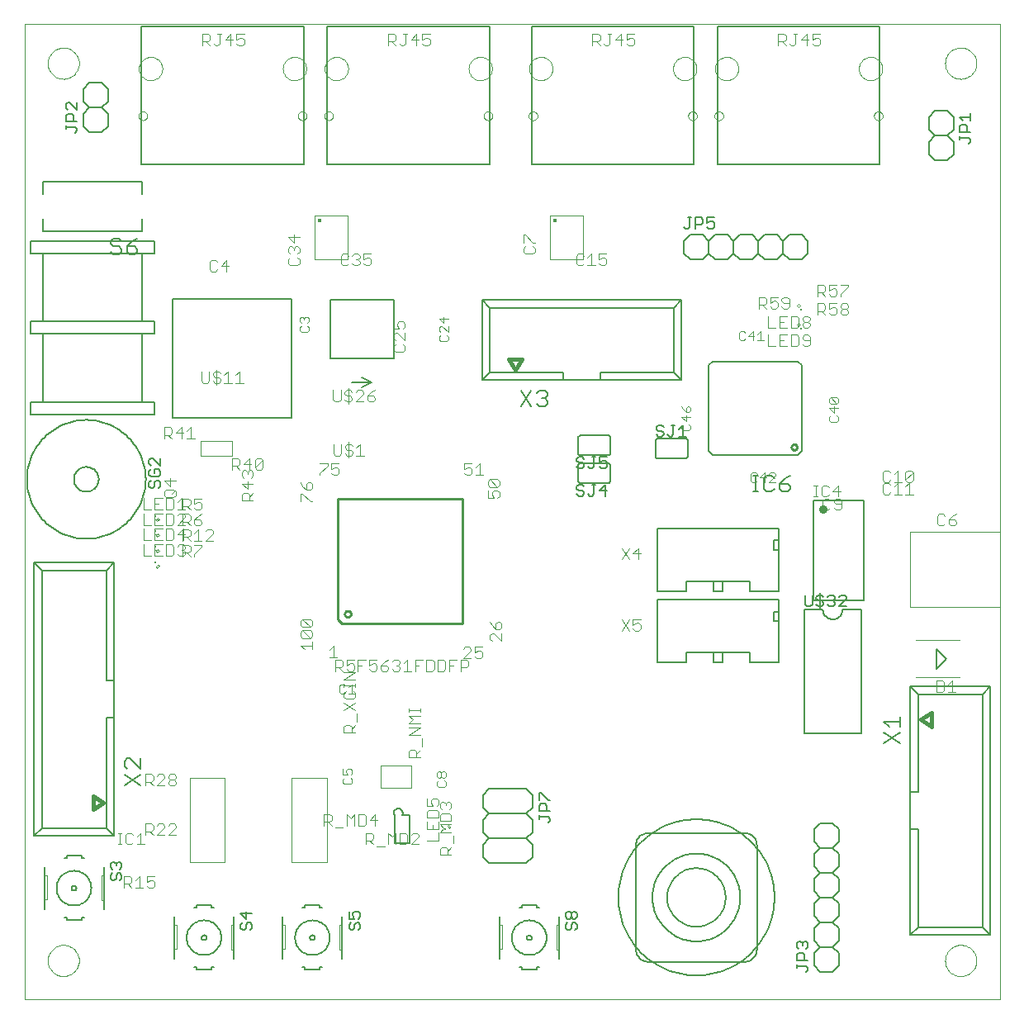
<source format=gto>
G75*
G70*
%OFA0B0*%
%FSLAX24Y24*%
%IPPOS*%
%LPD*%
%AMOC8*
5,1,8,0,0,1.08239X$1,22.5*
%
%ADD10C,0.0000*%
%ADD11C,0.0098*%
%ADD12C,0.0040*%
%ADD13C,0.0030*%
%ADD14C,0.0060*%
%ADD15C,0.0020*%
%ADD16C,0.0050*%
%ADD17C,0.0080*%
%ADD18C,0.0160*%
%ADD19C,0.0025*%
%ADD20C,0.0098*%
%ADD21C,0.0100*%
%ADD22C,0.0348*%
%ADD23C,0.0176*%
D10*
X000825Y000180D02*
X000825Y039550D01*
X040195Y039550D01*
X040195Y000180D01*
X000825Y000180D01*
X001769Y001755D02*
X001771Y001805D01*
X001777Y001855D01*
X001787Y001904D01*
X001801Y001952D01*
X001818Y001999D01*
X001839Y002044D01*
X001864Y002088D01*
X001892Y002129D01*
X001924Y002168D01*
X001958Y002205D01*
X001995Y002239D01*
X002035Y002269D01*
X002077Y002296D01*
X002121Y002320D01*
X002167Y002341D01*
X002214Y002357D01*
X002262Y002370D01*
X002312Y002379D01*
X002361Y002384D01*
X002412Y002385D01*
X002462Y002382D01*
X002511Y002375D01*
X002560Y002364D01*
X002608Y002349D01*
X002654Y002331D01*
X002699Y002309D01*
X002742Y002283D01*
X002783Y002254D01*
X002822Y002222D01*
X002858Y002187D01*
X002890Y002149D01*
X002920Y002109D01*
X002947Y002066D01*
X002970Y002022D01*
X002989Y001976D01*
X003005Y001928D01*
X003017Y001879D01*
X003025Y001830D01*
X003029Y001780D01*
X003029Y001730D01*
X003025Y001680D01*
X003017Y001631D01*
X003005Y001582D01*
X002989Y001534D01*
X002970Y001488D01*
X002947Y001444D01*
X002920Y001401D01*
X002890Y001361D01*
X002858Y001323D01*
X002822Y001288D01*
X002783Y001256D01*
X002742Y001227D01*
X002699Y001201D01*
X002654Y001179D01*
X002608Y001161D01*
X002560Y001146D01*
X002511Y001135D01*
X002462Y001128D01*
X002412Y001125D01*
X002361Y001126D01*
X002312Y001131D01*
X002262Y001140D01*
X002214Y001153D01*
X002167Y001169D01*
X002121Y001190D01*
X002077Y001214D01*
X002035Y001241D01*
X001995Y001271D01*
X001958Y001305D01*
X001924Y001342D01*
X001892Y001381D01*
X001864Y001422D01*
X001839Y001466D01*
X001818Y001511D01*
X001801Y001558D01*
X001787Y001606D01*
X001777Y001655D01*
X001771Y001705D01*
X001769Y001755D01*
X007491Y005737D02*
X008908Y005737D01*
X008908Y009123D01*
X007491Y009123D01*
X007491Y005737D01*
X011616Y005737D02*
X013033Y005737D01*
X013033Y009123D01*
X011616Y009123D01*
X011616Y005737D01*
X015214Y008727D02*
X015214Y009633D01*
X016435Y009633D01*
X016435Y008727D01*
X015214Y008727D01*
X009205Y022115D02*
X007945Y022115D01*
X007945Y022745D01*
X009205Y022745D01*
X009205Y022115D01*
X012530Y030050D02*
X013869Y030050D01*
X013869Y031822D01*
X012530Y031822D01*
X012530Y030050D01*
X011866Y035853D02*
X011868Y035879D01*
X011874Y035905D01*
X011884Y035930D01*
X011897Y035953D01*
X011913Y035973D01*
X011933Y035991D01*
X011955Y036006D01*
X011978Y036018D01*
X012004Y036026D01*
X012030Y036030D01*
X012056Y036030D01*
X012082Y036026D01*
X012108Y036018D01*
X012132Y036006D01*
X012153Y035991D01*
X012173Y035973D01*
X012189Y035953D01*
X012202Y035930D01*
X012212Y035905D01*
X012218Y035879D01*
X012220Y035853D01*
X012218Y035827D01*
X012212Y035801D01*
X012202Y035776D01*
X012189Y035753D01*
X012173Y035733D01*
X012153Y035715D01*
X012131Y035700D01*
X012108Y035688D01*
X012082Y035680D01*
X012056Y035676D01*
X012030Y035676D01*
X012004Y035680D01*
X011978Y035688D01*
X011954Y035700D01*
X011933Y035715D01*
X011913Y035733D01*
X011897Y035753D01*
X011884Y035776D01*
X011874Y035801D01*
X011868Y035827D01*
X011866Y035853D01*
X012929Y035853D02*
X012931Y035879D01*
X012937Y035905D01*
X012947Y035930D01*
X012960Y035953D01*
X012976Y035973D01*
X012996Y035991D01*
X013018Y036006D01*
X013041Y036018D01*
X013067Y036026D01*
X013093Y036030D01*
X013119Y036030D01*
X013145Y036026D01*
X013171Y036018D01*
X013195Y036006D01*
X013216Y035991D01*
X013236Y035973D01*
X013252Y035953D01*
X013265Y035930D01*
X013275Y035905D01*
X013281Y035879D01*
X013283Y035853D01*
X013281Y035827D01*
X013275Y035801D01*
X013265Y035776D01*
X013252Y035753D01*
X013236Y035733D01*
X013216Y035715D01*
X013194Y035700D01*
X013171Y035688D01*
X013145Y035680D01*
X013119Y035676D01*
X013093Y035676D01*
X013067Y035680D01*
X013041Y035688D01*
X013017Y035700D01*
X012996Y035715D01*
X012976Y035733D01*
X012960Y035753D01*
X012947Y035776D01*
X012937Y035801D01*
X012931Y035827D01*
X012929Y035853D01*
X012949Y037759D02*
X012951Y037802D01*
X012957Y037844D01*
X012967Y037886D01*
X012980Y037927D01*
X012997Y037967D01*
X013018Y038004D01*
X013042Y038040D01*
X013069Y038073D01*
X013099Y038104D01*
X013132Y038132D01*
X013167Y038157D01*
X013204Y038178D01*
X013243Y038196D01*
X013283Y038210D01*
X013325Y038221D01*
X013367Y038228D01*
X013410Y038231D01*
X013453Y038230D01*
X013496Y038225D01*
X013538Y038216D01*
X013579Y038204D01*
X013619Y038188D01*
X013657Y038168D01*
X013693Y038145D01*
X013727Y038118D01*
X013759Y038089D01*
X013787Y038057D01*
X013813Y038022D01*
X013835Y037986D01*
X013854Y037947D01*
X013869Y037907D01*
X013881Y037866D01*
X013889Y037823D01*
X013893Y037780D01*
X013893Y037738D01*
X013889Y037695D01*
X013881Y037652D01*
X013869Y037611D01*
X013854Y037571D01*
X013835Y037532D01*
X013813Y037496D01*
X013787Y037461D01*
X013759Y037429D01*
X013727Y037400D01*
X013693Y037373D01*
X013657Y037350D01*
X013619Y037330D01*
X013579Y037314D01*
X013538Y037302D01*
X013496Y037293D01*
X013453Y037288D01*
X013410Y037287D01*
X013367Y037290D01*
X013325Y037297D01*
X013283Y037308D01*
X013243Y037322D01*
X013204Y037340D01*
X013167Y037361D01*
X013132Y037386D01*
X013099Y037414D01*
X013069Y037445D01*
X013042Y037478D01*
X013018Y037514D01*
X012997Y037551D01*
X012980Y037591D01*
X012967Y037632D01*
X012957Y037674D01*
X012951Y037716D01*
X012949Y037759D01*
X011256Y037759D02*
X011258Y037802D01*
X011264Y037844D01*
X011274Y037886D01*
X011287Y037927D01*
X011304Y037967D01*
X011325Y038004D01*
X011349Y038040D01*
X011376Y038073D01*
X011406Y038104D01*
X011439Y038132D01*
X011474Y038157D01*
X011511Y038178D01*
X011550Y038196D01*
X011590Y038210D01*
X011632Y038221D01*
X011674Y038228D01*
X011717Y038231D01*
X011760Y038230D01*
X011803Y038225D01*
X011845Y038216D01*
X011886Y038204D01*
X011926Y038188D01*
X011964Y038168D01*
X012000Y038145D01*
X012034Y038118D01*
X012066Y038089D01*
X012094Y038057D01*
X012120Y038022D01*
X012142Y037986D01*
X012161Y037947D01*
X012176Y037907D01*
X012188Y037866D01*
X012196Y037823D01*
X012200Y037780D01*
X012200Y037738D01*
X012196Y037695D01*
X012188Y037652D01*
X012176Y037611D01*
X012161Y037571D01*
X012142Y037532D01*
X012120Y037496D01*
X012094Y037461D01*
X012066Y037429D01*
X012034Y037400D01*
X012000Y037373D01*
X011964Y037350D01*
X011926Y037330D01*
X011886Y037314D01*
X011845Y037302D01*
X011803Y037293D01*
X011760Y037288D01*
X011717Y037287D01*
X011674Y037290D01*
X011632Y037297D01*
X011590Y037308D01*
X011550Y037322D01*
X011511Y037340D01*
X011474Y037361D01*
X011439Y037386D01*
X011406Y037414D01*
X011376Y037445D01*
X011349Y037478D01*
X011325Y037514D01*
X011304Y037551D01*
X011287Y037591D01*
X011274Y037632D01*
X011264Y037674D01*
X011258Y037716D01*
X011256Y037759D01*
X005449Y037759D02*
X005451Y037802D01*
X005457Y037844D01*
X005467Y037886D01*
X005480Y037927D01*
X005497Y037967D01*
X005518Y038004D01*
X005542Y038040D01*
X005569Y038073D01*
X005599Y038104D01*
X005632Y038132D01*
X005667Y038157D01*
X005704Y038178D01*
X005743Y038196D01*
X005783Y038210D01*
X005825Y038221D01*
X005867Y038228D01*
X005910Y038231D01*
X005953Y038230D01*
X005996Y038225D01*
X006038Y038216D01*
X006079Y038204D01*
X006119Y038188D01*
X006157Y038168D01*
X006193Y038145D01*
X006227Y038118D01*
X006259Y038089D01*
X006287Y038057D01*
X006313Y038022D01*
X006335Y037986D01*
X006354Y037947D01*
X006369Y037907D01*
X006381Y037866D01*
X006389Y037823D01*
X006393Y037780D01*
X006393Y037738D01*
X006389Y037695D01*
X006381Y037652D01*
X006369Y037611D01*
X006354Y037571D01*
X006335Y037532D01*
X006313Y037496D01*
X006287Y037461D01*
X006259Y037429D01*
X006227Y037400D01*
X006193Y037373D01*
X006157Y037350D01*
X006119Y037330D01*
X006079Y037314D01*
X006038Y037302D01*
X005996Y037293D01*
X005953Y037288D01*
X005910Y037287D01*
X005867Y037290D01*
X005825Y037297D01*
X005783Y037308D01*
X005743Y037322D01*
X005704Y037340D01*
X005667Y037361D01*
X005632Y037386D01*
X005599Y037414D01*
X005569Y037445D01*
X005542Y037478D01*
X005518Y037514D01*
X005497Y037551D01*
X005480Y037591D01*
X005467Y037632D01*
X005457Y037674D01*
X005451Y037716D01*
X005449Y037759D01*
X005429Y035853D02*
X005431Y035879D01*
X005437Y035905D01*
X005447Y035930D01*
X005460Y035953D01*
X005476Y035973D01*
X005496Y035991D01*
X005518Y036006D01*
X005541Y036018D01*
X005567Y036026D01*
X005593Y036030D01*
X005619Y036030D01*
X005645Y036026D01*
X005671Y036018D01*
X005695Y036006D01*
X005716Y035991D01*
X005736Y035973D01*
X005752Y035953D01*
X005765Y035930D01*
X005775Y035905D01*
X005781Y035879D01*
X005783Y035853D01*
X005781Y035827D01*
X005775Y035801D01*
X005765Y035776D01*
X005752Y035753D01*
X005736Y035733D01*
X005716Y035715D01*
X005694Y035700D01*
X005671Y035688D01*
X005645Y035680D01*
X005619Y035676D01*
X005593Y035676D01*
X005567Y035680D01*
X005541Y035688D01*
X005517Y035700D01*
X005496Y035715D01*
X005476Y035733D01*
X005460Y035753D01*
X005447Y035776D01*
X005437Y035801D01*
X005431Y035827D01*
X005429Y035853D01*
X001769Y037975D02*
X001771Y038025D01*
X001777Y038075D01*
X001787Y038124D01*
X001801Y038172D01*
X001818Y038219D01*
X001839Y038264D01*
X001864Y038308D01*
X001892Y038349D01*
X001924Y038388D01*
X001958Y038425D01*
X001995Y038459D01*
X002035Y038489D01*
X002077Y038516D01*
X002121Y038540D01*
X002167Y038561D01*
X002214Y038577D01*
X002262Y038590D01*
X002312Y038599D01*
X002361Y038604D01*
X002412Y038605D01*
X002462Y038602D01*
X002511Y038595D01*
X002560Y038584D01*
X002608Y038569D01*
X002654Y038551D01*
X002699Y038529D01*
X002742Y038503D01*
X002783Y038474D01*
X002822Y038442D01*
X002858Y038407D01*
X002890Y038369D01*
X002920Y038329D01*
X002947Y038286D01*
X002970Y038242D01*
X002989Y038196D01*
X003005Y038148D01*
X003017Y038099D01*
X003025Y038050D01*
X003029Y038000D01*
X003029Y037950D01*
X003025Y037900D01*
X003017Y037851D01*
X003005Y037802D01*
X002989Y037754D01*
X002970Y037708D01*
X002947Y037664D01*
X002920Y037621D01*
X002890Y037581D01*
X002858Y037543D01*
X002822Y037508D01*
X002783Y037476D01*
X002742Y037447D01*
X002699Y037421D01*
X002654Y037399D01*
X002608Y037381D01*
X002560Y037366D01*
X002511Y037355D01*
X002462Y037348D01*
X002412Y037345D01*
X002361Y037346D01*
X002312Y037351D01*
X002262Y037360D01*
X002214Y037373D01*
X002167Y037389D01*
X002121Y037410D01*
X002077Y037434D01*
X002035Y037461D01*
X001995Y037491D01*
X001958Y037525D01*
X001924Y037562D01*
X001892Y037601D01*
X001864Y037642D01*
X001839Y037686D01*
X001818Y037731D01*
X001801Y037778D01*
X001787Y037826D01*
X001777Y037875D01*
X001771Y037925D01*
X001769Y037975D01*
X018756Y037759D02*
X018758Y037802D01*
X018764Y037844D01*
X018774Y037886D01*
X018787Y037927D01*
X018804Y037967D01*
X018825Y038004D01*
X018849Y038040D01*
X018876Y038073D01*
X018906Y038104D01*
X018939Y038132D01*
X018974Y038157D01*
X019011Y038178D01*
X019050Y038196D01*
X019090Y038210D01*
X019132Y038221D01*
X019174Y038228D01*
X019217Y038231D01*
X019260Y038230D01*
X019303Y038225D01*
X019345Y038216D01*
X019386Y038204D01*
X019426Y038188D01*
X019464Y038168D01*
X019500Y038145D01*
X019534Y038118D01*
X019566Y038089D01*
X019594Y038057D01*
X019620Y038022D01*
X019642Y037986D01*
X019661Y037947D01*
X019676Y037907D01*
X019688Y037866D01*
X019696Y037823D01*
X019700Y037780D01*
X019700Y037738D01*
X019696Y037695D01*
X019688Y037652D01*
X019676Y037611D01*
X019661Y037571D01*
X019642Y037532D01*
X019620Y037496D01*
X019594Y037461D01*
X019566Y037429D01*
X019534Y037400D01*
X019500Y037373D01*
X019464Y037350D01*
X019426Y037330D01*
X019386Y037314D01*
X019345Y037302D01*
X019303Y037293D01*
X019260Y037288D01*
X019217Y037287D01*
X019174Y037290D01*
X019132Y037297D01*
X019090Y037308D01*
X019050Y037322D01*
X019011Y037340D01*
X018974Y037361D01*
X018939Y037386D01*
X018906Y037414D01*
X018876Y037445D01*
X018849Y037478D01*
X018825Y037514D01*
X018804Y037551D01*
X018787Y037591D01*
X018774Y037632D01*
X018764Y037674D01*
X018758Y037716D01*
X018756Y037759D01*
X019366Y035853D02*
X019368Y035879D01*
X019374Y035905D01*
X019384Y035930D01*
X019397Y035953D01*
X019413Y035973D01*
X019433Y035991D01*
X019455Y036006D01*
X019478Y036018D01*
X019504Y036026D01*
X019530Y036030D01*
X019556Y036030D01*
X019582Y036026D01*
X019608Y036018D01*
X019632Y036006D01*
X019653Y035991D01*
X019673Y035973D01*
X019689Y035953D01*
X019702Y035930D01*
X019712Y035905D01*
X019718Y035879D01*
X019720Y035853D01*
X019718Y035827D01*
X019712Y035801D01*
X019702Y035776D01*
X019689Y035753D01*
X019673Y035733D01*
X019653Y035715D01*
X019631Y035700D01*
X019608Y035688D01*
X019582Y035680D01*
X019556Y035676D01*
X019530Y035676D01*
X019504Y035680D01*
X019478Y035688D01*
X019454Y035700D01*
X019433Y035715D01*
X019413Y035733D01*
X019397Y035753D01*
X019384Y035776D01*
X019374Y035801D01*
X019368Y035827D01*
X019366Y035853D01*
X021179Y035853D02*
X021181Y035879D01*
X021187Y035905D01*
X021197Y035930D01*
X021210Y035953D01*
X021226Y035973D01*
X021246Y035991D01*
X021268Y036006D01*
X021291Y036018D01*
X021317Y036026D01*
X021343Y036030D01*
X021369Y036030D01*
X021395Y036026D01*
X021421Y036018D01*
X021445Y036006D01*
X021466Y035991D01*
X021486Y035973D01*
X021502Y035953D01*
X021515Y035930D01*
X021525Y035905D01*
X021531Y035879D01*
X021533Y035853D01*
X021531Y035827D01*
X021525Y035801D01*
X021515Y035776D01*
X021502Y035753D01*
X021486Y035733D01*
X021466Y035715D01*
X021444Y035700D01*
X021421Y035688D01*
X021395Y035680D01*
X021369Y035676D01*
X021343Y035676D01*
X021317Y035680D01*
X021291Y035688D01*
X021267Y035700D01*
X021246Y035715D01*
X021226Y035733D01*
X021210Y035753D01*
X021197Y035776D01*
X021187Y035801D01*
X021181Y035827D01*
X021179Y035853D01*
X021199Y037759D02*
X021201Y037802D01*
X021207Y037844D01*
X021217Y037886D01*
X021230Y037927D01*
X021247Y037967D01*
X021268Y038004D01*
X021292Y038040D01*
X021319Y038073D01*
X021349Y038104D01*
X021382Y038132D01*
X021417Y038157D01*
X021454Y038178D01*
X021493Y038196D01*
X021533Y038210D01*
X021575Y038221D01*
X021617Y038228D01*
X021660Y038231D01*
X021703Y038230D01*
X021746Y038225D01*
X021788Y038216D01*
X021829Y038204D01*
X021869Y038188D01*
X021907Y038168D01*
X021943Y038145D01*
X021977Y038118D01*
X022009Y038089D01*
X022037Y038057D01*
X022063Y038022D01*
X022085Y037986D01*
X022104Y037947D01*
X022119Y037907D01*
X022131Y037866D01*
X022139Y037823D01*
X022143Y037780D01*
X022143Y037738D01*
X022139Y037695D01*
X022131Y037652D01*
X022119Y037611D01*
X022104Y037571D01*
X022085Y037532D01*
X022063Y037496D01*
X022037Y037461D01*
X022009Y037429D01*
X021977Y037400D01*
X021943Y037373D01*
X021907Y037350D01*
X021869Y037330D01*
X021829Y037314D01*
X021788Y037302D01*
X021746Y037293D01*
X021703Y037288D01*
X021660Y037287D01*
X021617Y037290D01*
X021575Y037297D01*
X021533Y037308D01*
X021493Y037322D01*
X021454Y037340D01*
X021417Y037361D01*
X021382Y037386D01*
X021349Y037414D01*
X021319Y037445D01*
X021292Y037478D01*
X021268Y037514D01*
X021247Y037551D01*
X021230Y037591D01*
X021217Y037632D01*
X021207Y037674D01*
X021201Y037716D01*
X021199Y037759D01*
X022030Y031822D02*
X023369Y031822D01*
X023369Y030050D01*
X022030Y030050D01*
X022030Y031822D01*
X027616Y035853D02*
X027618Y035879D01*
X027624Y035905D01*
X027634Y035930D01*
X027647Y035953D01*
X027663Y035973D01*
X027683Y035991D01*
X027705Y036006D01*
X027728Y036018D01*
X027754Y036026D01*
X027780Y036030D01*
X027806Y036030D01*
X027832Y036026D01*
X027858Y036018D01*
X027882Y036006D01*
X027903Y035991D01*
X027923Y035973D01*
X027939Y035953D01*
X027952Y035930D01*
X027962Y035905D01*
X027968Y035879D01*
X027970Y035853D01*
X027968Y035827D01*
X027962Y035801D01*
X027952Y035776D01*
X027939Y035753D01*
X027923Y035733D01*
X027903Y035715D01*
X027881Y035700D01*
X027858Y035688D01*
X027832Y035680D01*
X027806Y035676D01*
X027780Y035676D01*
X027754Y035680D01*
X027728Y035688D01*
X027704Y035700D01*
X027683Y035715D01*
X027663Y035733D01*
X027647Y035753D01*
X027634Y035776D01*
X027624Y035801D01*
X027618Y035827D01*
X027616Y035853D01*
X028679Y035853D02*
X028681Y035879D01*
X028687Y035905D01*
X028697Y035930D01*
X028710Y035953D01*
X028726Y035973D01*
X028746Y035991D01*
X028768Y036006D01*
X028791Y036018D01*
X028817Y036026D01*
X028843Y036030D01*
X028869Y036030D01*
X028895Y036026D01*
X028921Y036018D01*
X028945Y036006D01*
X028966Y035991D01*
X028986Y035973D01*
X029002Y035953D01*
X029015Y035930D01*
X029025Y035905D01*
X029031Y035879D01*
X029033Y035853D01*
X029031Y035827D01*
X029025Y035801D01*
X029015Y035776D01*
X029002Y035753D01*
X028986Y035733D01*
X028966Y035715D01*
X028944Y035700D01*
X028921Y035688D01*
X028895Y035680D01*
X028869Y035676D01*
X028843Y035676D01*
X028817Y035680D01*
X028791Y035688D01*
X028767Y035700D01*
X028746Y035715D01*
X028726Y035733D01*
X028710Y035753D01*
X028697Y035776D01*
X028687Y035801D01*
X028681Y035827D01*
X028679Y035853D01*
X028699Y037759D02*
X028701Y037802D01*
X028707Y037844D01*
X028717Y037886D01*
X028730Y037927D01*
X028747Y037967D01*
X028768Y038004D01*
X028792Y038040D01*
X028819Y038073D01*
X028849Y038104D01*
X028882Y038132D01*
X028917Y038157D01*
X028954Y038178D01*
X028993Y038196D01*
X029033Y038210D01*
X029075Y038221D01*
X029117Y038228D01*
X029160Y038231D01*
X029203Y038230D01*
X029246Y038225D01*
X029288Y038216D01*
X029329Y038204D01*
X029369Y038188D01*
X029407Y038168D01*
X029443Y038145D01*
X029477Y038118D01*
X029509Y038089D01*
X029537Y038057D01*
X029563Y038022D01*
X029585Y037986D01*
X029604Y037947D01*
X029619Y037907D01*
X029631Y037866D01*
X029639Y037823D01*
X029643Y037780D01*
X029643Y037738D01*
X029639Y037695D01*
X029631Y037652D01*
X029619Y037611D01*
X029604Y037571D01*
X029585Y037532D01*
X029563Y037496D01*
X029537Y037461D01*
X029509Y037429D01*
X029477Y037400D01*
X029443Y037373D01*
X029407Y037350D01*
X029369Y037330D01*
X029329Y037314D01*
X029288Y037302D01*
X029246Y037293D01*
X029203Y037288D01*
X029160Y037287D01*
X029117Y037290D01*
X029075Y037297D01*
X029033Y037308D01*
X028993Y037322D01*
X028954Y037340D01*
X028917Y037361D01*
X028882Y037386D01*
X028849Y037414D01*
X028819Y037445D01*
X028792Y037478D01*
X028768Y037514D01*
X028747Y037551D01*
X028730Y037591D01*
X028717Y037632D01*
X028707Y037674D01*
X028701Y037716D01*
X028699Y037759D01*
X027006Y037759D02*
X027008Y037802D01*
X027014Y037844D01*
X027024Y037886D01*
X027037Y037927D01*
X027054Y037967D01*
X027075Y038004D01*
X027099Y038040D01*
X027126Y038073D01*
X027156Y038104D01*
X027189Y038132D01*
X027224Y038157D01*
X027261Y038178D01*
X027300Y038196D01*
X027340Y038210D01*
X027382Y038221D01*
X027424Y038228D01*
X027467Y038231D01*
X027510Y038230D01*
X027553Y038225D01*
X027595Y038216D01*
X027636Y038204D01*
X027676Y038188D01*
X027714Y038168D01*
X027750Y038145D01*
X027784Y038118D01*
X027816Y038089D01*
X027844Y038057D01*
X027870Y038022D01*
X027892Y037986D01*
X027911Y037947D01*
X027926Y037907D01*
X027938Y037866D01*
X027946Y037823D01*
X027950Y037780D01*
X027950Y037738D01*
X027946Y037695D01*
X027938Y037652D01*
X027926Y037611D01*
X027911Y037571D01*
X027892Y037532D01*
X027870Y037496D01*
X027844Y037461D01*
X027816Y037429D01*
X027784Y037400D01*
X027750Y037373D01*
X027714Y037350D01*
X027676Y037330D01*
X027636Y037314D01*
X027595Y037302D01*
X027553Y037293D01*
X027510Y037288D01*
X027467Y037287D01*
X027424Y037290D01*
X027382Y037297D01*
X027340Y037308D01*
X027300Y037322D01*
X027261Y037340D01*
X027224Y037361D01*
X027189Y037386D01*
X027156Y037414D01*
X027126Y037445D01*
X027099Y037478D01*
X027075Y037514D01*
X027054Y037551D01*
X027037Y037591D01*
X027024Y037632D01*
X027014Y037674D01*
X027008Y037716D01*
X027006Y037759D01*
X034506Y037759D02*
X034508Y037802D01*
X034514Y037844D01*
X034524Y037886D01*
X034537Y037927D01*
X034554Y037967D01*
X034575Y038004D01*
X034599Y038040D01*
X034626Y038073D01*
X034656Y038104D01*
X034689Y038132D01*
X034724Y038157D01*
X034761Y038178D01*
X034800Y038196D01*
X034840Y038210D01*
X034882Y038221D01*
X034924Y038228D01*
X034967Y038231D01*
X035010Y038230D01*
X035053Y038225D01*
X035095Y038216D01*
X035136Y038204D01*
X035176Y038188D01*
X035214Y038168D01*
X035250Y038145D01*
X035284Y038118D01*
X035316Y038089D01*
X035344Y038057D01*
X035370Y038022D01*
X035392Y037986D01*
X035411Y037947D01*
X035426Y037907D01*
X035438Y037866D01*
X035446Y037823D01*
X035450Y037780D01*
X035450Y037738D01*
X035446Y037695D01*
X035438Y037652D01*
X035426Y037611D01*
X035411Y037571D01*
X035392Y037532D01*
X035370Y037496D01*
X035344Y037461D01*
X035316Y037429D01*
X035284Y037400D01*
X035250Y037373D01*
X035214Y037350D01*
X035176Y037330D01*
X035136Y037314D01*
X035095Y037302D01*
X035053Y037293D01*
X035010Y037288D01*
X034967Y037287D01*
X034924Y037290D01*
X034882Y037297D01*
X034840Y037308D01*
X034800Y037322D01*
X034761Y037340D01*
X034724Y037361D01*
X034689Y037386D01*
X034656Y037414D01*
X034626Y037445D01*
X034599Y037478D01*
X034575Y037514D01*
X034554Y037551D01*
X034537Y037591D01*
X034524Y037632D01*
X034514Y037674D01*
X034508Y037716D01*
X034506Y037759D01*
X035116Y035853D02*
X035118Y035879D01*
X035124Y035905D01*
X035134Y035930D01*
X035147Y035953D01*
X035163Y035973D01*
X035183Y035991D01*
X035205Y036006D01*
X035228Y036018D01*
X035254Y036026D01*
X035280Y036030D01*
X035306Y036030D01*
X035332Y036026D01*
X035358Y036018D01*
X035382Y036006D01*
X035403Y035991D01*
X035423Y035973D01*
X035439Y035953D01*
X035452Y035930D01*
X035462Y035905D01*
X035468Y035879D01*
X035470Y035853D01*
X035468Y035827D01*
X035462Y035801D01*
X035452Y035776D01*
X035439Y035753D01*
X035423Y035733D01*
X035403Y035715D01*
X035381Y035700D01*
X035358Y035688D01*
X035332Y035680D01*
X035306Y035676D01*
X035280Y035676D01*
X035254Y035680D01*
X035228Y035688D01*
X035204Y035700D01*
X035183Y035715D01*
X035163Y035733D01*
X035147Y035753D01*
X035134Y035776D01*
X035124Y035801D01*
X035118Y035827D01*
X035116Y035853D01*
X037990Y037975D02*
X037992Y038025D01*
X037998Y038075D01*
X038008Y038124D01*
X038022Y038172D01*
X038039Y038219D01*
X038060Y038264D01*
X038085Y038308D01*
X038113Y038349D01*
X038145Y038388D01*
X038179Y038425D01*
X038216Y038459D01*
X038256Y038489D01*
X038298Y038516D01*
X038342Y038540D01*
X038388Y038561D01*
X038435Y038577D01*
X038483Y038590D01*
X038533Y038599D01*
X038582Y038604D01*
X038633Y038605D01*
X038683Y038602D01*
X038732Y038595D01*
X038781Y038584D01*
X038829Y038569D01*
X038875Y038551D01*
X038920Y038529D01*
X038963Y038503D01*
X039004Y038474D01*
X039043Y038442D01*
X039079Y038407D01*
X039111Y038369D01*
X039141Y038329D01*
X039168Y038286D01*
X039191Y038242D01*
X039210Y038196D01*
X039226Y038148D01*
X039238Y038099D01*
X039246Y038050D01*
X039250Y038000D01*
X039250Y037950D01*
X039246Y037900D01*
X039238Y037851D01*
X039226Y037802D01*
X039210Y037754D01*
X039191Y037708D01*
X039168Y037664D01*
X039141Y037621D01*
X039111Y037581D01*
X039079Y037543D01*
X039043Y037508D01*
X039004Y037476D01*
X038963Y037447D01*
X038920Y037421D01*
X038875Y037399D01*
X038829Y037381D01*
X038781Y037366D01*
X038732Y037355D01*
X038683Y037348D01*
X038633Y037345D01*
X038582Y037346D01*
X038533Y037351D01*
X038483Y037360D01*
X038435Y037373D01*
X038388Y037389D01*
X038342Y037410D01*
X038298Y037434D01*
X038256Y037461D01*
X038216Y037491D01*
X038179Y037525D01*
X038145Y037562D01*
X038113Y037601D01*
X038085Y037642D01*
X038060Y037686D01*
X038039Y037731D01*
X038022Y037778D01*
X038008Y037826D01*
X037998Y037875D01*
X037992Y037925D01*
X037990Y037975D01*
X036575Y019071D02*
X040197Y019071D01*
X040197Y016039D01*
X036575Y016039D01*
X036575Y019071D01*
X037990Y001755D02*
X037992Y001805D01*
X037998Y001855D01*
X038008Y001904D01*
X038022Y001952D01*
X038039Y001999D01*
X038060Y002044D01*
X038085Y002088D01*
X038113Y002129D01*
X038145Y002168D01*
X038179Y002205D01*
X038216Y002239D01*
X038256Y002269D01*
X038298Y002296D01*
X038342Y002320D01*
X038388Y002341D01*
X038435Y002357D01*
X038483Y002370D01*
X038533Y002379D01*
X038582Y002384D01*
X038633Y002385D01*
X038683Y002382D01*
X038732Y002375D01*
X038781Y002364D01*
X038829Y002349D01*
X038875Y002331D01*
X038920Y002309D01*
X038963Y002283D01*
X039004Y002254D01*
X039043Y002222D01*
X039079Y002187D01*
X039111Y002149D01*
X039141Y002109D01*
X039168Y002066D01*
X039191Y002022D01*
X039210Y001976D01*
X039226Y001928D01*
X039238Y001879D01*
X039246Y001830D01*
X039250Y001780D01*
X039250Y001730D01*
X039246Y001680D01*
X039238Y001631D01*
X039226Y001582D01*
X039210Y001534D01*
X039191Y001488D01*
X039168Y001444D01*
X039141Y001401D01*
X039111Y001361D01*
X039079Y001323D01*
X039043Y001288D01*
X039004Y001256D01*
X038963Y001227D01*
X038920Y001201D01*
X038875Y001179D01*
X038829Y001161D01*
X038781Y001146D01*
X038732Y001135D01*
X038683Y001128D01*
X038633Y001125D01*
X038582Y001126D01*
X038533Y001131D01*
X038483Y001140D01*
X038435Y001153D01*
X038388Y001169D01*
X038342Y001190D01*
X038298Y001214D01*
X038256Y001241D01*
X038216Y001271D01*
X038179Y001305D01*
X038145Y001342D01*
X038113Y001381D01*
X038085Y001422D01*
X038060Y001466D01*
X038039Y001511D01*
X038022Y001558D01*
X038008Y001606D01*
X037998Y001655D01*
X037992Y001705D01*
X037990Y001755D01*
D11*
X018523Y015357D02*
X018523Y020397D01*
X013483Y020397D01*
X013483Y015515D01*
X013641Y015357D01*
X018523Y015357D01*
X013753Y015751D02*
X013755Y015773D01*
X013760Y015793D01*
X013770Y015813D01*
X013782Y015831D01*
X013797Y015846D01*
X013815Y015858D01*
X013835Y015868D01*
X013855Y015873D01*
X013877Y015875D01*
X013899Y015873D01*
X013919Y015868D01*
X013939Y015858D01*
X013957Y015846D01*
X013972Y015831D01*
X013984Y015813D01*
X013994Y015793D01*
X013999Y015773D01*
X014001Y015751D01*
X013999Y015729D01*
X013994Y015709D01*
X013984Y015689D01*
X013972Y015671D01*
X013957Y015656D01*
X013939Y015644D01*
X013919Y015634D01*
X013899Y015629D01*
X013877Y015627D01*
X013855Y015629D01*
X013835Y015634D01*
X013815Y015644D01*
X013797Y015656D01*
X013782Y015671D01*
X013770Y015689D01*
X013760Y015709D01*
X013755Y015729D01*
X013753Y015751D01*
D12*
X012440Y015465D02*
X012440Y015312D01*
X012363Y015235D01*
X012056Y015542D01*
X012363Y015542D01*
X012440Y015465D01*
X012363Y015235D02*
X012056Y015235D01*
X011979Y015312D01*
X011979Y015465D01*
X012056Y015542D01*
X012056Y015081D02*
X012363Y014775D01*
X012440Y014851D01*
X012440Y015005D01*
X012363Y015081D01*
X012056Y015081D01*
X011979Y015005D01*
X011979Y014851D01*
X012056Y014775D01*
X012363Y014775D01*
X012440Y014621D02*
X012440Y014314D01*
X012440Y014468D02*
X011979Y014468D01*
X012133Y014314D01*
X013149Y014306D02*
X013302Y014460D01*
X013302Y013999D01*
X013369Y013901D02*
X013599Y013901D01*
X013676Y013824D01*
X013676Y013670D01*
X013599Y013594D01*
X013369Y013594D01*
X013523Y013594D02*
X013676Y013440D01*
X013719Y013405D02*
X014180Y013405D01*
X013719Y013098D01*
X014180Y013098D01*
X014180Y012945D02*
X014180Y012792D01*
X014180Y012868D02*
X013719Y012868D01*
X013719Y012792D02*
X013719Y012945D01*
X013796Y012638D02*
X013719Y012561D01*
X013719Y012408D01*
X013796Y012331D01*
X014103Y012331D01*
X014180Y012408D01*
X014180Y012561D01*
X014103Y012638D01*
X014180Y012178D02*
X013719Y011871D01*
X013719Y012178D02*
X014180Y011871D01*
X014256Y011717D02*
X014256Y011410D01*
X014180Y011257D02*
X014026Y011103D01*
X014026Y011180D02*
X014026Y010950D01*
X014180Y010950D02*
X013719Y010950D01*
X013719Y011180D01*
X013796Y011257D01*
X013949Y011257D01*
X014026Y011180D01*
X014060Y013440D02*
X013906Y013440D01*
X013830Y013517D01*
X013830Y013670D02*
X013983Y013747D01*
X014060Y013747D01*
X014137Y013670D01*
X014137Y013517D01*
X014060Y013440D01*
X014290Y013440D02*
X014290Y013901D01*
X014597Y013901D01*
X014750Y013901D02*
X014750Y013670D01*
X014904Y013747D01*
X014981Y013747D01*
X015057Y013670D01*
X015057Y013517D01*
X014981Y013440D01*
X014827Y013440D01*
X014750Y013517D01*
X014444Y013670D02*
X014290Y013670D01*
X014137Y013901D02*
X013830Y013901D01*
X013830Y013670D01*
X013456Y013999D02*
X013149Y013999D01*
X013369Y013901D02*
X013369Y013440D01*
X014750Y013901D02*
X015057Y013901D01*
X015211Y013670D02*
X015441Y013670D01*
X015518Y013594D01*
X015518Y013517D01*
X015441Y013440D01*
X015288Y013440D01*
X015211Y013517D01*
X015211Y013670D01*
X015364Y013824D01*
X015518Y013901D01*
X015671Y013824D02*
X015748Y013901D01*
X015901Y013901D01*
X015978Y013824D01*
X015978Y013747D01*
X015901Y013670D01*
X015978Y013594D01*
X015978Y013517D01*
X015901Y013440D01*
X015748Y013440D01*
X015671Y013517D01*
X015825Y013670D02*
X015901Y013670D01*
X016132Y013747D02*
X016285Y013901D01*
X016285Y013440D01*
X016132Y013440D02*
X016439Y013440D01*
X016592Y013440D02*
X016592Y013901D01*
X016899Y013901D01*
X017052Y013901D02*
X017283Y013901D01*
X017359Y013824D01*
X017359Y013517D01*
X017283Y013440D01*
X017052Y013440D01*
X017052Y013901D01*
X016745Y013670D02*
X016592Y013670D01*
X017513Y013440D02*
X017743Y013440D01*
X017820Y013517D01*
X017820Y013824D01*
X017743Y013901D01*
X017513Y013901D01*
X017513Y013440D01*
X017973Y013440D02*
X017973Y013901D01*
X018280Y013901D01*
X018434Y013901D02*
X018664Y013901D01*
X018741Y013824D01*
X018741Y013670D01*
X018664Y013594D01*
X018434Y013594D01*
X018434Y013440D02*
X018434Y013901D01*
X018543Y013960D02*
X018849Y014267D01*
X018849Y014344D01*
X018773Y014420D01*
X018619Y014420D01*
X018543Y014344D01*
X018543Y013960D02*
X018849Y013960D01*
X019003Y014037D02*
X019080Y013960D01*
X019233Y013960D01*
X019310Y014037D01*
X019310Y014190D01*
X019233Y014267D01*
X019156Y014267D01*
X019003Y014190D01*
X019003Y014420D01*
X019310Y014420D01*
X019617Y014745D02*
X019694Y014669D01*
X019617Y014745D02*
X019617Y014899D01*
X019694Y014975D01*
X019770Y014975D01*
X020077Y014669D01*
X020077Y014975D01*
X020001Y015129D02*
X020077Y015206D01*
X020077Y015359D01*
X020001Y015436D01*
X019924Y015436D01*
X019847Y015359D01*
X019847Y015129D01*
X020001Y015129D01*
X019847Y015129D02*
X019694Y015282D01*
X019617Y015436D01*
X018127Y013670D02*
X017973Y013670D01*
X016805Y011945D02*
X016805Y011792D01*
X016805Y011868D02*
X016344Y011868D01*
X016344Y011792D02*
X016344Y011945D01*
X016344Y011638D02*
X016805Y011638D01*
X016805Y011331D02*
X016344Y011331D01*
X016498Y011485D01*
X016344Y011638D01*
X016344Y011178D02*
X016805Y011178D01*
X016344Y010871D01*
X016805Y010871D01*
X016881Y010717D02*
X016881Y010410D01*
X016805Y010257D02*
X016651Y010103D01*
X016651Y010180D02*
X016651Y009950D01*
X016805Y009950D02*
X016344Y009950D01*
X016344Y010180D01*
X016421Y010257D01*
X016574Y010257D01*
X016651Y010180D01*
X017076Y008298D02*
X017076Y007991D01*
X017306Y007991D01*
X017229Y008144D01*
X017229Y008221D01*
X017306Y008298D01*
X017459Y008298D01*
X017536Y008221D01*
X017536Y008067D01*
X017459Y007991D01*
X017594Y007941D02*
X017594Y008095D01*
X017671Y008172D01*
X017748Y008172D01*
X017824Y008095D01*
X017901Y008172D01*
X017978Y008172D01*
X018055Y008095D01*
X018055Y007941D01*
X017978Y007865D01*
X017978Y007711D02*
X017671Y007711D01*
X017594Y007634D01*
X017594Y007404D01*
X018055Y007404D01*
X018055Y007634D01*
X017978Y007711D01*
X017671Y007865D02*
X017594Y007941D01*
X017459Y007837D02*
X017152Y007837D01*
X017076Y007760D01*
X017076Y007530D01*
X017536Y007530D01*
X017536Y007760D01*
X017459Y007837D01*
X017824Y008018D02*
X017824Y008095D01*
X017536Y007377D02*
X017536Y007070D01*
X017076Y007070D01*
X017076Y007377D01*
X017306Y007223D02*
X017306Y007070D01*
X017536Y006916D02*
X017536Y006609D01*
X017076Y006609D01*
X016743Y006757D02*
X016743Y006834D01*
X016666Y006910D01*
X016513Y006910D01*
X016436Y006834D01*
X016283Y006834D02*
X016283Y006527D01*
X016206Y006450D01*
X015976Y006450D01*
X015976Y006910D01*
X016206Y006910D01*
X016283Y006834D01*
X016436Y006450D02*
X016743Y006757D01*
X016743Y006450D02*
X016436Y006450D01*
X015822Y006450D02*
X015822Y006910D01*
X015669Y006757D01*
X015515Y006910D01*
X015515Y006450D01*
X015362Y006373D02*
X015055Y006373D01*
X014902Y006450D02*
X014748Y006603D01*
X014825Y006603D02*
X014595Y006603D01*
X014595Y006450D02*
X014595Y006910D01*
X014825Y006910D01*
X014902Y006834D01*
X014902Y006680D01*
X014825Y006603D01*
X014989Y007200D02*
X014989Y007660D01*
X014759Y007430D01*
X015066Y007430D01*
X014606Y007277D02*
X014606Y007584D01*
X014529Y007660D01*
X014299Y007660D01*
X014299Y007200D01*
X014529Y007200D01*
X014606Y007277D01*
X014145Y007200D02*
X014145Y007660D01*
X013992Y007507D01*
X013838Y007660D01*
X013838Y007200D01*
X013685Y007123D02*
X013378Y007123D01*
X013225Y007200D02*
X013071Y007353D01*
X013148Y007353D02*
X012918Y007353D01*
X012918Y007200D02*
X012918Y007660D01*
X013148Y007660D01*
X013225Y007584D01*
X013225Y007430D01*
X013148Y007353D01*
X017594Y007251D02*
X018055Y007251D01*
X018055Y006944D02*
X017594Y006944D01*
X017748Y007097D01*
X017594Y007251D01*
X018131Y006790D02*
X018131Y006483D01*
X018055Y006330D02*
X017901Y006176D01*
X017901Y006253D02*
X017901Y006023D01*
X018055Y006023D02*
X017594Y006023D01*
X017594Y006253D01*
X017671Y006330D01*
X017824Y006330D01*
X017901Y006253D01*
X024924Y015075D02*
X025231Y015535D01*
X025384Y015535D02*
X025384Y015305D01*
X025538Y015382D01*
X025614Y015382D01*
X025691Y015305D01*
X025691Y015152D01*
X025614Y015075D01*
X025461Y015075D01*
X025384Y015152D01*
X025231Y015075D02*
X024924Y015535D01*
X025384Y015535D02*
X025691Y015535D01*
X025614Y017950D02*
X025614Y018410D01*
X025384Y018180D01*
X025691Y018180D01*
X025231Y017950D02*
X024924Y018410D01*
X025231Y018410D02*
X024924Y017950D01*
X019999Y020493D02*
X019922Y020417D01*
X019999Y020493D02*
X019999Y020647D01*
X019922Y020723D01*
X019768Y020723D01*
X019692Y020647D01*
X019692Y020570D01*
X019768Y020417D01*
X019538Y020417D01*
X019538Y020723D01*
X019615Y020877D02*
X019538Y020954D01*
X019538Y021107D01*
X019615Y021184D01*
X019922Y020877D01*
X019999Y020954D01*
X019999Y021107D01*
X019922Y021184D01*
X019615Y021184D01*
X019615Y020877D02*
X019922Y020877D01*
X019349Y021361D02*
X019042Y021361D01*
X019196Y021361D02*
X019196Y021822D01*
X019042Y021668D01*
X018889Y021592D02*
X018889Y021438D01*
X018812Y021361D01*
X018659Y021361D01*
X018582Y021438D01*
X018582Y021592D02*
X018735Y021668D01*
X018812Y021668D01*
X018889Y021592D01*
X018889Y021822D02*
X018582Y021822D01*
X018582Y021592D01*
X014977Y024396D02*
X014977Y024473D01*
X014900Y024549D01*
X014670Y024549D01*
X014670Y024396D01*
X014746Y024319D01*
X014900Y024319D01*
X014977Y024396D01*
X014823Y024703D02*
X014670Y024549D01*
X014516Y024626D02*
X014516Y024703D01*
X014440Y024779D01*
X014286Y024779D01*
X014209Y024703D01*
X014056Y024703D02*
X013979Y024779D01*
X013826Y024779D01*
X013749Y024703D01*
X013749Y024626D01*
X013826Y024549D01*
X013979Y024549D01*
X014056Y024473D01*
X014056Y024396D01*
X013979Y024319D01*
X013826Y024319D01*
X013749Y024396D01*
X013595Y024396D02*
X013595Y024779D01*
X013289Y024779D02*
X013289Y024396D01*
X013365Y024319D01*
X013519Y024319D01*
X013595Y024396D01*
X013902Y024242D02*
X013902Y024856D01*
X014209Y024319D02*
X014516Y024626D01*
X014516Y024319D02*
X014209Y024319D01*
X014823Y024703D02*
X014977Y024779D01*
X015796Y026325D02*
X016103Y026325D01*
X016180Y026402D01*
X016180Y026555D01*
X016103Y026632D01*
X016180Y026785D02*
X015873Y027092D01*
X015796Y027092D01*
X015719Y027016D01*
X015719Y026862D01*
X015796Y026785D01*
X015796Y026632D02*
X015719Y026555D01*
X015719Y026402D01*
X015796Y026325D01*
X016180Y026785D02*
X016180Y027092D01*
X016103Y027246D02*
X016180Y027323D01*
X016180Y027476D01*
X016103Y027553D01*
X015949Y027553D01*
X015873Y027476D01*
X015873Y027399D01*
X015949Y027246D01*
X015719Y027246D01*
X015719Y027553D01*
X014746Y029825D02*
X014592Y029825D01*
X014515Y029902D01*
X014362Y029902D02*
X014285Y029825D01*
X014132Y029825D01*
X014055Y029902D01*
X013902Y029902D02*
X013825Y029825D01*
X013671Y029825D01*
X013595Y029902D01*
X013595Y030209D01*
X013671Y030285D01*
X013825Y030285D01*
X013902Y030209D01*
X014055Y030209D02*
X014132Y030285D01*
X014285Y030285D01*
X014362Y030209D01*
X014362Y030132D01*
X014285Y030055D01*
X014362Y029978D01*
X014362Y029902D01*
X014285Y030055D02*
X014209Y030055D01*
X014515Y030055D02*
X014515Y030285D01*
X014822Y030285D01*
X014746Y030132D02*
X014822Y030055D01*
X014822Y029902D01*
X014746Y029825D01*
X014746Y030132D02*
X014669Y030132D01*
X014515Y030055D01*
X011930Y030049D02*
X011853Y030126D01*
X011930Y030049D02*
X011930Y029896D01*
X011853Y029819D01*
X011546Y029819D01*
X011469Y029896D01*
X011469Y030049D01*
X011546Y030126D01*
X011546Y030279D02*
X011469Y030356D01*
X011469Y030509D01*
X011546Y030586D01*
X011623Y030586D01*
X011699Y030509D01*
X011776Y030586D01*
X011853Y030586D01*
X011930Y030509D01*
X011930Y030356D01*
X011853Y030279D01*
X011699Y030433D02*
X011699Y030509D01*
X011699Y030740D02*
X011469Y030970D01*
X011930Y030970D01*
X011699Y031047D02*
X011699Y030740D01*
X009066Y029805D02*
X008759Y029805D01*
X008989Y030035D01*
X008989Y029575D01*
X008606Y029652D02*
X008529Y029575D01*
X008376Y029575D01*
X008299Y029652D01*
X008299Y029959D01*
X008376Y030035D01*
X008529Y030035D01*
X008606Y029959D01*
X008584Y025612D02*
X008584Y024998D01*
X008507Y025075D02*
X008660Y025075D01*
X008737Y025152D01*
X008737Y025228D01*
X008660Y025305D01*
X008507Y025305D01*
X008430Y025382D01*
X008430Y025459D01*
X008507Y025535D01*
X008660Y025535D01*
X008737Y025459D01*
X008890Y025382D02*
X009044Y025535D01*
X009044Y025075D01*
X009197Y025075D02*
X008890Y025075D01*
X008507Y025075D02*
X008430Y025152D01*
X008277Y025152D02*
X008277Y025535D01*
X007970Y025535D02*
X007970Y025152D01*
X008046Y025075D01*
X008200Y025075D01*
X008277Y025152D01*
X009351Y025075D02*
X009658Y025075D01*
X009504Y025075D02*
X009504Y025535D01*
X009351Y025382D01*
X007544Y023285D02*
X007544Y022825D01*
X007697Y022825D02*
X007390Y022825D01*
X007160Y022825D02*
X007160Y023285D01*
X006930Y023055D01*
X007237Y023055D01*
X007390Y023132D02*
X007544Y023285D01*
X006777Y023209D02*
X006777Y023055D01*
X006700Y022978D01*
X006470Y022978D01*
X006470Y022825D02*
X006470Y023285D01*
X006700Y023285D01*
X006777Y023209D01*
X006623Y022978D02*
X006777Y022825D01*
X006699Y021217D02*
X006699Y020910D01*
X006469Y021141D01*
X006930Y021141D01*
X006930Y020757D02*
X006776Y020603D01*
X006930Y020527D02*
X006853Y020450D01*
X006546Y020450D01*
X006469Y020527D01*
X006469Y020680D01*
X006546Y020757D01*
X006853Y020757D01*
X006930Y020680D01*
X006930Y020527D01*
X006780Y020429D02*
X006550Y020429D01*
X006550Y019969D01*
X006780Y019969D01*
X006857Y020045D01*
X006857Y020352D01*
X006780Y020429D01*
X007010Y020276D02*
X007164Y020429D01*
X007164Y019969D01*
X007220Y019950D02*
X007220Y020410D01*
X007450Y020410D01*
X007527Y020334D01*
X007527Y020180D01*
X007450Y020103D01*
X007220Y020103D01*
X007373Y020103D02*
X007527Y019950D01*
X007680Y020027D02*
X007757Y019950D01*
X007910Y019950D01*
X007987Y020027D01*
X007987Y020180D01*
X007910Y020257D01*
X007834Y020257D01*
X007680Y020180D01*
X007680Y020410D01*
X007987Y020410D01*
X007987Y019785D02*
X007834Y019709D01*
X007680Y019555D01*
X007910Y019555D01*
X007987Y019478D01*
X007987Y019402D01*
X007910Y019325D01*
X007757Y019325D01*
X007680Y019402D01*
X007680Y019555D01*
X007527Y019555D02*
X007450Y019478D01*
X007220Y019478D01*
X007220Y019325D02*
X007220Y019785D01*
X007450Y019785D01*
X007527Y019709D01*
X007527Y019555D01*
X007373Y019478D02*
X007527Y019325D01*
X007450Y019160D02*
X007527Y019084D01*
X007527Y018930D01*
X007450Y018853D01*
X007220Y018853D01*
X007240Y018719D02*
X007240Y019179D01*
X007010Y018949D01*
X007317Y018949D01*
X007373Y018853D02*
X007527Y018700D01*
X007680Y018700D02*
X007987Y018700D01*
X008140Y018700D02*
X008447Y019007D01*
X008447Y019084D01*
X008371Y019160D01*
X008217Y019160D01*
X008140Y019084D01*
X007834Y019160D02*
X007834Y018700D01*
X007680Y018535D02*
X007987Y018535D01*
X007987Y018459D01*
X007680Y018152D01*
X007680Y018075D01*
X007527Y018075D02*
X007373Y018228D01*
X007317Y018247D02*
X007317Y018170D01*
X007240Y018094D01*
X007087Y018094D01*
X007010Y018170D01*
X006857Y018170D02*
X006857Y018477D01*
X006780Y018554D01*
X006550Y018554D01*
X006550Y018094D01*
X006780Y018094D01*
X006857Y018170D01*
X007164Y018324D02*
X007240Y018324D01*
X007317Y018247D01*
X007220Y018228D02*
X007450Y018228D01*
X007527Y018305D01*
X007527Y018459D01*
X007450Y018535D01*
X007220Y018535D01*
X007220Y018075D01*
X007240Y018324D02*
X007317Y018401D01*
X007317Y018477D01*
X007240Y018554D01*
X007087Y018554D01*
X007010Y018477D01*
X007220Y018700D02*
X007220Y019160D01*
X007450Y019160D01*
X007317Y019344D02*
X007010Y019344D01*
X007317Y019651D01*
X007317Y019727D01*
X007240Y019804D01*
X007087Y019804D01*
X007010Y019727D01*
X006857Y019727D02*
X006857Y019420D01*
X006780Y019344D01*
X006550Y019344D01*
X006550Y019804D01*
X006780Y019804D01*
X006857Y019727D01*
X007010Y019969D02*
X007317Y019969D01*
X006396Y019969D02*
X006090Y019969D01*
X006090Y020429D01*
X006396Y020429D01*
X006243Y020199D02*
X006090Y020199D01*
X005936Y019969D02*
X005629Y019969D01*
X005629Y020429D01*
X005629Y019804D02*
X005629Y019344D01*
X005936Y019344D01*
X006090Y019344D02*
X006396Y019344D01*
X006396Y019179D02*
X006090Y019179D01*
X006090Y018719D01*
X006396Y018719D01*
X006550Y018719D02*
X006780Y018719D01*
X006857Y018795D01*
X006857Y019102D01*
X006780Y019179D01*
X006550Y019179D01*
X006550Y018719D01*
X006396Y018554D02*
X006090Y018554D01*
X006090Y018094D01*
X006396Y018094D01*
X006243Y018324D02*
X006090Y018324D01*
X005936Y018094D02*
X005629Y018094D01*
X005629Y018554D01*
X005629Y018719D02*
X005936Y018719D01*
X006090Y018949D02*
X006243Y018949D01*
X006090Y019344D02*
X006090Y019804D01*
X006396Y019804D01*
X006243Y019574D02*
X006090Y019574D01*
X005629Y019179D02*
X005629Y018719D01*
X007680Y019007D02*
X007834Y019160D01*
X008140Y018700D02*
X008447Y018700D01*
X009594Y020319D02*
X009594Y020549D01*
X009671Y020626D01*
X009824Y020626D01*
X009901Y020549D01*
X009901Y020319D01*
X009901Y020472D02*
X010055Y020626D01*
X009824Y020779D02*
X009824Y021086D01*
X009671Y021240D02*
X009594Y021316D01*
X009594Y021470D01*
X009671Y021547D01*
X009748Y021547D01*
X009824Y021470D01*
X009901Y021547D01*
X009978Y021547D01*
X010055Y021470D01*
X010055Y021316D01*
X009978Y021240D01*
X009824Y021393D02*
X009824Y021470D01*
X009904Y021575D02*
X009904Y022035D01*
X009674Y021805D01*
X009981Y021805D01*
X010134Y021652D02*
X010441Y021959D01*
X010441Y021652D01*
X010364Y021575D01*
X010211Y021575D01*
X010134Y021652D01*
X010134Y021959D01*
X010211Y022035D01*
X010364Y022035D01*
X010441Y021959D01*
X009520Y021959D02*
X009520Y021805D01*
X009444Y021728D01*
X009213Y021728D01*
X009213Y021575D02*
X009213Y022035D01*
X009444Y022035D01*
X009520Y021959D01*
X009367Y021728D02*
X009520Y021575D01*
X009594Y021009D02*
X009824Y020779D01*
X010055Y021009D02*
X009594Y021009D01*
X009594Y020319D02*
X010055Y020319D01*
X011979Y020298D02*
X011979Y020605D01*
X012056Y020605D01*
X012363Y020298D01*
X012440Y020298D01*
X012363Y020759D02*
X012209Y020759D01*
X012209Y020989D01*
X012286Y021066D01*
X012363Y021066D01*
X012440Y020989D01*
X012440Y020836D01*
X012363Y020759D01*
X012209Y020759D02*
X012056Y020912D01*
X011979Y021066D01*
X012755Y021361D02*
X012755Y021438D01*
X013062Y021745D01*
X013062Y021822D01*
X012755Y021822D01*
X013215Y021822D02*
X013215Y021592D01*
X013369Y021668D01*
X013446Y021668D01*
X013522Y021592D01*
X013522Y021438D01*
X013446Y021361D01*
X013292Y021361D01*
X013215Y021438D01*
X013215Y021822D02*
X013522Y021822D01*
X013533Y022143D02*
X013609Y022220D01*
X013609Y022603D01*
X013763Y022527D02*
X013839Y022603D01*
X013993Y022603D01*
X014070Y022527D01*
X014223Y022450D02*
X014377Y022603D01*
X014377Y022143D01*
X014530Y022143D02*
X014223Y022143D01*
X014070Y022220D02*
X014070Y022296D01*
X013993Y022373D01*
X013839Y022373D01*
X013763Y022450D01*
X013763Y022527D01*
X013916Y022680D02*
X013916Y022066D01*
X013839Y022143D02*
X013993Y022143D01*
X014070Y022220D01*
X013839Y022143D02*
X013763Y022220D01*
X013533Y022143D02*
X013379Y022143D01*
X013302Y022220D01*
X013302Y022603D01*
X021046Y030279D02*
X021353Y030279D01*
X021430Y030356D01*
X021430Y030509D01*
X021353Y030586D01*
X021353Y030740D02*
X021430Y030740D01*
X021353Y030740D02*
X021046Y031047D01*
X020969Y031047D01*
X020969Y030740D01*
X021046Y030586D02*
X020969Y030509D01*
X020969Y030356D01*
X021046Y030279D01*
X023095Y030209D02*
X023095Y029902D01*
X023171Y029825D01*
X023325Y029825D01*
X023402Y029902D01*
X023555Y029825D02*
X023862Y029825D01*
X023709Y029825D02*
X023709Y030285D01*
X023555Y030132D01*
X023402Y030209D02*
X023325Y030285D01*
X023171Y030285D01*
X023095Y030209D01*
X024015Y030285D02*
X024015Y030055D01*
X024169Y030132D01*
X024246Y030132D01*
X024322Y030055D01*
X024322Y029902D01*
X024246Y029825D01*
X024092Y029825D01*
X024015Y029902D01*
X024015Y030285D02*
X024322Y030285D01*
X030463Y028535D02*
X030463Y028075D01*
X030463Y028228D02*
X030694Y028228D01*
X030770Y028305D01*
X030770Y028459D01*
X030694Y028535D01*
X030463Y028535D01*
X030617Y028228D02*
X030770Y028075D01*
X030924Y028152D02*
X031001Y028075D01*
X031154Y028075D01*
X031231Y028152D01*
X031231Y028305D01*
X031154Y028382D01*
X031077Y028382D01*
X030924Y028305D01*
X030924Y028535D01*
X031231Y028535D01*
X031384Y028459D02*
X031384Y028382D01*
X031461Y028305D01*
X031691Y028305D01*
X031691Y028152D02*
X031691Y028459D01*
X031614Y028535D01*
X031461Y028535D01*
X031384Y028459D01*
X031384Y028152D02*
X031461Y028075D01*
X031614Y028075D01*
X031691Y028152D01*
X031764Y027767D02*
X031995Y027767D01*
X032071Y027690D01*
X032071Y027383D01*
X031995Y027306D01*
X031764Y027306D01*
X031764Y027767D01*
X031611Y027767D02*
X031304Y027767D01*
X031304Y027306D01*
X031611Y027306D01*
X031458Y027536D02*
X031304Y027536D01*
X031151Y027306D02*
X030844Y027306D01*
X030844Y027767D01*
X030844Y027017D02*
X030844Y026556D01*
X031151Y026556D01*
X031304Y026556D02*
X031611Y026556D01*
X031764Y026556D02*
X031995Y026556D01*
X032071Y026633D01*
X032071Y026940D01*
X031995Y027017D01*
X031764Y027017D01*
X031764Y026556D01*
X031458Y026786D02*
X031304Y026786D01*
X031304Y026556D02*
X031304Y027017D01*
X031611Y027017D01*
X032225Y026940D02*
X032225Y026863D01*
X032302Y026786D01*
X032532Y026786D01*
X032532Y026633D02*
X032532Y026940D01*
X032455Y027017D01*
X032302Y027017D01*
X032225Y026940D01*
X032225Y026633D02*
X032302Y026556D01*
X032455Y026556D01*
X032532Y026633D01*
X032455Y027306D02*
X032302Y027306D01*
X032225Y027383D01*
X032225Y027460D01*
X032302Y027536D01*
X032455Y027536D01*
X032532Y027460D01*
X032532Y027383D01*
X032455Y027306D01*
X032455Y027536D02*
X032532Y027613D01*
X032532Y027690D01*
X032455Y027767D01*
X032302Y027767D01*
X032225Y027690D01*
X032225Y027613D01*
X032302Y027536D01*
X032845Y027825D02*
X032845Y028285D01*
X033075Y028285D01*
X033152Y028209D01*
X033152Y028055D01*
X033075Y027978D01*
X032845Y027978D01*
X032998Y027978D02*
X033152Y027825D01*
X033305Y027902D02*
X033382Y027825D01*
X033535Y027825D01*
X033612Y027902D01*
X033612Y028055D01*
X033535Y028132D01*
X033459Y028132D01*
X033305Y028055D01*
X033305Y028285D01*
X033612Y028285D01*
X033765Y028209D02*
X033765Y028132D01*
X033842Y028055D01*
X033996Y028055D01*
X034072Y027978D01*
X034072Y027902D01*
X033996Y027825D01*
X033842Y027825D01*
X033765Y027902D01*
X033765Y027978D01*
X033842Y028055D01*
X033996Y028055D02*
X034072Y028132D01*
X034072Y028209D01*
X033996Y028285D01*
X033842Y028285D01*
X033765Y028209D01*
X033765Y028575D02*
X033765Y028652D01*
X034072Y028959D01*
X034072Y029035D01*
X033765Y029035D01*
X033612Y029035D02*
X033305Y029035D01*
X033305Y028805D01*
X033459Y028882D01*
X033535Y028882D01*
X033612Y028805D01*
X033612Y028652D01*
X033535Y028575D01*
X033382Y028575D01*
X033305Y028652D01*
X033152Y028575D02*
X032998Y028728D01*
X033075Y028728D02*
X032845Y028728D01*
X032845Y028575D02*
X032845Y029035D01*
X033075Y029035D01*
X033152Y028959D01*
X033152Y028805D01*
X033075Y028728D01*
X035546Y021535D02*
X035470Y021459D01*
X035470Y021152D01*
X035546Y021075D01*
X035700Y021075D01*
X035777Y021152D01*
X035700Y021035D02*
X035546Y021035D01*
X035470Y020959D01*
X035470Y020652D01*
X035546Y020575D01*
X035700Y020575D01*
X035777Y020652D01*
X035930Y020575D02*
X036237Y020575D01*
X036390Y020575D02*
X036697Y020575D01*
X036544Y020575D02*
X036544Y021035D01*
X036390Y020882D01*
X036467Y021075D02*
X036390Y021152D01*
X036697Y021459D01*
X036697Y021152D01*
X036621Y021075D01*
X036467Y021075D01*
X036390Y021152D02*
X036390Y021459D01*
X036467Y021535D01*
X036621Y021535D01*
X036697Y021459D01*
X036237Y021075D02*
X035930Y021075D01*
X036084Y021075D02*
X036084Y021535D01*
X035930Y021382D01*
X035777Y021459D02*
X035700Y021535D01*
X035546Y021535D01*
X035700Y021035D02*
X035777Y020959D01*
X035930Y020882D02*
X036084Y021035D01*
X036084Y020575D01*
X037674Y019709D02*
X037674Y019402D01*
X037751Y019325D01*
X037904Y019325D01*
X037981Y019402D01*
X038134Y019402D02*
X038211Y019325D01*
X038364Y019325D01*
X038441Y019402D01*
X038441Y019478D01*
X038364Y019555D01*
X038134Y019555D01*
X038134Y019402D01*
X038134Y019555D02*
X038288Y019709D01*
X038441Y019785D01*
X037981Y019709D02*
X037904Y019785D01*
X037751Y019785D01*
X037674Y019709D01*
X033816Y020027D02*
X033816Y020334D01*
X033739Y020410D01*
X033586Y020410D01*
X033509Y020334D01*
X033509Y020257D01*
X033586Y020180D01*
X033816Y020180D01*
X033816Y020027D02*
X033739Y019950D01*
X033586Y019950D01*
X033509Y020027D01*
X033356Y020027D02*
X033279Y019950D01*
X033126Y019950D01*
X033049Y020027D01*
X033049Y020334D01*
X033126Y020410D01*
X033279Y020410D01*
X033356Y020334D01*
X033221Y020481D02*
X033298Y020558D01*
X033221Y020481D02*
X033068Y020481D01*
X032991Y020558D01*
X032991Y020865D01*
X033068Y020941D01*
X033221Y020941D01*
X033298Y020865D01*
X033452Y020711D02*
X033759Y020711D01*
X033682Y020481D02*
X033682Y020941D01*
X033452Y020711D01*
X032838Y020481D02*
X032684Y020481D01*
X032761Y020481D02*
X032761Y020941D01*
X032684Y020941D02*
X032838Y020941D01*
X036810Y014680D02*
X038590Y014680D01*
X038590Y013180D02*
X036810Y013180D01*
X037649Y013060D02*
X037649Y012600D01*
X037879Y012600D01*
X037956Y012677D01*
X037956Y012984D01*
X037879Y013060D01*
X037649Y013060D01*
X038109Y012907D02*
X038263Y013060D01*
X038263Y012600D01*
X038416Y012600D02*
X038109Y012600D01*
X032864Y038700D02*
X032711Y038700D01*
X032634Y038777D01*
X032634Y038930D02*
X032788Y039007D01*
X032864Y039007D01*
X032941Y038930D01*
X032941Y038777D01*
X032864Y038700D01*
X032634Y038930D02*
X032634Y039160D01*
X032941Y039160D01*
X032481Y038930D02*
X032174Y038930D01*
X032404Y039160D01*
X032404Y038700D01*
X031944Y038777D02*
X031944Y039160D01*
X032020Y039160D02*
X031867Y039160D01*
X031560Y039084D02*
X031560Y038930D01*
X031483Y038853D01*
X031253Y038853D01*
X031253Y038700D02*
X031253Y039160D01*
X031483Y039160D01*
X031560Y039084D01*
X031407Y038853D02*
X031560Y038700D01*
X031713Y038777D02*
X031790Y038700D01*
X031867Y038700D01*
X031944Y038777D01*
X025441Y038777D02*
X025364Y038700D01*
X025211Y038700D01*
X025134Y038777D01*
X025134Y038930D02*
X025288Y039007D01*
X025364Y039007D01*
X025441Y038930D01*
X025441Y038777D01*
X025134Y038930D02*
X025134Y039160D01*
X025441Y039160D01*
X024981Y038930D02*
X024674Y038930D01*
X024904Y039160D01*
X024904Y038700D01*
X024444Y038777D02*
X024444Y039160D01*
X024520Y039160D02*
X024367Y039160D01*
X024060Y039084D02*
X024060Y038930D01*
X023983Y038853D01*
X023753Y038853D01*
X023753Y038700D02*
X023753Y039160D01*
X023983Y039160D01*
X024060Y039084D01*
X023907Y038853D02*
X024060Y038700D01*
X024213Y038777D02*
X024290Y038700D01*
X024367Y038700D01*
X024444Y038777D01*
X017191Y038777D02*
X017114Y038700D01*
X016961Y038700D01*
X016884Y038777D01*
X016884Y038930D02*
X017038Y039007D01*
X017114Y039007D01*
X017191Y038930D01*
X017191Y038777D01*
X016884Y038930D02*
X016884Y039160D01*
X017191Y039160D01*
X016731Y038930D02*
X016424Y038930D01*
X016654Y039160D01*
X016654Y038700D01*
X016194Y038777D02*
X016194Y039160D01*
X016270Y039160D02*
X016117Y039160D01*
X015810Y039084D02*
X015810Y038930D01*
X015733Y038853D01*
X015503Y038853D01*
X015503Y038700D02*
X015503Y039160D01*
X015733Y039160D01*
X015810Y039084D01*
X015657Y038853D02*
X015810Y038700D01*
X015963Y038777D02*
X016040Y038700D01*
X016117Y038700D01*
X016194Y038777D01*
X009691Y038777D02*
X009614Y038700D01*
X009461Y038700D01*
X009384Y038777D01*
X009384Y038930D02*
X009538Y039007D01*
X009614Y039007D01*
X009691Y038930D01*
X009691Y038777D01*
X009384Y038930D02*
X009384Y039160D01*
X009691Y039160D01*
X009231Y038930D02*
X008924Y038930D01*
X009154Y039160D01*
X009154Y038700D01*
X008694Y038777D02*
X008694Y039160D01*
X008770Y039160D02*
X008617Y039160D01*
X008310Y039084D02*
X008310Y038930D01*
X008233Y038853D01*
X008003Y038853D01*
X008003Y038700D02*
X008003Y039160D01*
X008233Y039160D01*
X008310Y039084D01*
X008157Y038853D02*
X008310Y038700D01*
X008463Y038777D02*
X008540Y038700D01*
X008617Y038700D01*
X008694Y038777D01*
X006871Y009285D02*
X006947Y009209D01*
X006947Y009132D01*
X006871Y009055D01*
X006717Y009055D01*
X006640Y009132D01*
X006640Y009209D01*
X006717Y009285D01*
X006871Y009285D01*
X006871Y009055D02*
X006947Y008978D01*
X006947Y008902D01*
X006871Y008825D01*
X006717Y008825D01*
X006640Y008902D01*
X006640Y008978D01*
X006717Y009055D01*
X006487Y009132D02*
X006487Y009209D01*
X006410Y009285D01*
X006257Y009285D01*
X006180Y009209D01*
X006027Y009209D02*
X006027Y009055D01*
X005950Y008978D01*
X005720Y008978D01*
X005720Y008825D02*
X005720Y009285D01*
X005950Y009285D01*
X006027Y009209D01*
X005873Y008978D02*
X006027Y008825D01*
X006180Y008825D02*
X006487Y009132D01*
X006487Y008825D02*
X006180Y008825D01*
X006257Y007285D02*
X006180Y007209D01*
X006257Y007285D02*
X006410Y007285D01*
X006487Y007209D01*
X006487Y007132D01*
X006180Y006825D01*
X006487Y006825D01*
X006640Y006825D02*
X006947Y007132D01*
X006947Y007209D01*
X006871Y007285D01*
X006717Y007285D01*
X006640Y007209D01*
X006640Y006825D02*
X006947Y006825D01*
X006027Y006825D02*
X005873Y006978D01*
X005950Y006978D02*
X005720Y006978D01*
X005720Y006825D02*
X005720Y007285D01*
X005950Y007285D01*
X006027Y007209D01*
X006027Y007055D01*
X005950Y006978D01*
X005515Y006910D02*
X005515Y006450D01*
X005362Y006450D02*
X005669Y006450D01*
X005362Y006757D02*
X005515Y006910D01*
X005209Y006834D02*
X005132Y006910D01*
X004978Y006910D01*
X004902Y006834D01*
X004902Y006527D01*
X004978Y006450D01*
X005132Y006450D01*
X005209Y006527D01*
X004748Y006450D02*
X004595Y006450D01*
X004671Y006450D02*
X004671Y006910D01*
X004595Y006910D02*
X004748Y006910D01*
X004845Y005160D02*
X005075Y005160D01*
X005152Y005084D01*
X005152Y004930D01*
X005075Y004853D01*
X004845Y004853D01*
X004845Y004700D02*
X004845Y005160D01*
X004998Y004853D02*
X005152Y004700D01*
X005305Y004700D02*
X005612Y004700D01*
X005459Y004700D02*
X005459Y005160D01*
X005305Y005007D01*
X005765Y004930D02*
X005919Y005007D01*
X005996Y005007D01*
X006072Y004930D01*
X006072Y004777D01*
X005996Y004700D01*
X005842Y004700D01*
X005765Y004777D01*
X005765Y004930D02*
X005765Y005160D01*
X006072Y005160D01*
D13*
X013683Y008942D02*
X013745Y008880D01*
X013992Y008880D01*
X014054Y008942D01*
X014054Y009065D01*
X013992Y009127D01*
X013992Y009248D02*
X014054Y009310D01*
X014054Y009434D01*
X013992Y009495D01*
X013869Y009495D01*
X013807Y009434D01*
X013807Y009372D01*
X013869Y009248D01*
X013683Y009248D01*
X013683Y009495D01*
X013745Y009127D02*
X013683Y009065D01*
X013683Y008942D01*
X013728Y012539D02*
X013790Y012601D01*
X013728Y012539D02*
X013605Y012539D01*
X013543Y012601D01*
X013543Y012848D01*
X013605Y012909D01*
X013728Y012909D01*
X013790Y012848D01*
X013911Y012786D02*
X014035Y012909D01*
X014035Y012539D01*
X014158Y012539D02*
X013911Y012539D01*
X017470Y009327D02*
X017532Y009389D01*
X017594Y009389D01*
X017655Y009327D01*
X017655Y009203D01*
X017594Y009142D01*
X017532Y009142D01*
X017470Y009203D01*
X017470Y009327D01*
X017655Y009327D02*
X017717Y009389D01*
X017779Y009389D01*
X017841Y009327D01*
X017841Y009203D01*
X017779Y009142D01*
X017717Y009142D01*
X017655Y009203D01*
X017532Y009020D02*
X017470Y008958D01*
X017470Y008835D01*
X017532Y008773D01*
X017779Y008773D01*
X017841Y008835D01*
X017841Y008958D01*
X017779Y009020D01*
X030150Y021138D02*
X030211Y021076D01*
X030335Y021076D01*
X030397Y021138D01*
X030518Y021261D02*
X030765Y021261D01*
X030886Y021385D02*
X030948Y021446D01*
X031071Y021446D01*
X031133Y021385D01*
X031133Y021323D01*
X030886Y021076D01*
X031133Y021076D01*
X030703Y021076D02*
X030703Y021446D01*
X030518Y021261D01*
X030397Y021385D02*
X030335Y021446D01*
X030211Y021446D01*
X030150Y021385D01*
X030150Y021138D01*
X027716Y023217D02*
X027716Y023340D01*
X027654Y023402D01*
X027530Y023523D02*
X027345Y023708D01*
X027716Y023708D01*
X027654Y023892D02*
X027716Y023953D01*
X027716Y024077D01*
X027654Y024139D01*
X027592Y024139D01*
X027530Y024077D01*
X027530Y023892D01*
X027654Y023892D01*
X027530Y023892D02*
X027407Y024015D01*
X027345Y024139D01*
X027530Y023770D02*
X027530Y023523D01*
X027407Y023402D02*
X027345Y023340D01*
X027345Y023217D01*
X027407Y023155D01*
X027654Y023155D01*
X027716Y023217D01*
X029736Y026789D02*
X029860Y026789D01*
X029922Y026851D01*
X030043Y026974D02*
X030228Y027159D01*
X030228Y026789D01*
X030411Y026789D02*
X030658Y026789D01*
X030535Y026789D02*
X030535Y027159D01*
X030411Y027036D01*
X030290Y026974D02*
X030043Y026974D01*
X029922Y027098D02*
X029860Y027159D01*
X029736Y027159D01*
X029675Y027098D01*
X029675Y026851D01*
X029736Y026789D01*
X033308Y024427D02*
X033370Y024489D01*
X033617Y024242D01*
X033679Y024303D01*
X033679Y024427D01*
X033617Y024489D01*
X033370Y024489D01*
X033308Y024427D02*
X033308Y024303D01*
X033370Y024242D01*
X033617Y024242D01*
X033494Y024120D02*
X033494Y023873D01*
X033308Y024059D01*
X033679Y024059D01*
X033617Y023752D02*
X033679Y023690D01*
X033679Y023567D01*
X033617Y023505D01*
X033370Y023505D01*
X033308Y023567D01*
X033308Y023690D01*
X033370Y023752D01*
X017929Y026817D02*
X017929Y026940D01*
X017867Y027002D01*
X017929Y027123D02*
X017682Y027370D01*
X017620Y027370D01*
X017558Y027309D01*
X017558Y027185D01*
X017620Y027123D01*
X017620Y027002D02*
X017558Y026940D01*
X017558Y026817D01*
X017620Y026755D01*
X017867Y026755D01*
X017929Y026817D01*
X017929Y027123D02*
X017929Y027370D01*
X017744Y027492D02*
X017558Y027677D01*
X017929Y027677D01*
X017744Y027739D02*
X017744Y027492D01*
X012304Y027560D02*
X012242Y027498D01*
X012304Y027560D02*
X012304Y027684D01*
X012242Y027745D01*
X012180Y027745D01*
X012119Y027684D01*
X012119Y027622D01*
X012119Y027684D02*
X012057Y027745D01*
X011995Y027745D01*
X011933Y027684D01*
X011933Y027560D01*
X011995Y027498D01*
X011995Y027377D02*
X011933Y027315D01*
X011933Y027192D01*
X011995Y027130D01*
X012242Y027130D01*
X012304Y027192D01*
X012304Y027315D01*
X012242Y027377D01*
D14*
X005387Y030367D02*
X005387Y030474D01*
X005280Y030580D01*
X004960Y030580D01*
X004960Y030367D01*
X005067Y030260D01*
X005280Y030260D01*
X005387Y030367D01*
X005174Y030794D02*
X004960Y030580D01*
X004743Y030474D02*
X004743Y030367D01*
X004636Y030260D01*
X004422Y030260D01*
X004316Y030367D01*
X004422Y030580D02*
X004636Y030580D01*
X004743Y030474D01*
X004743Y030794D02*
X004636Y030901D01*
X004422Y030901D01*
X004316Y030794D01*
X004316Y030687D01*
X004422Y030580D01*
X005174Y030794D02*
X005387Y030901D01*
X003950Y035180D02*
X003450Y035180D01*
X003200Y035430D01*
X003200Y035930D01*
X003450Y036180D01*
X003200Y036430D01*
X003200Y036930D01*
X003450Y037180D01*
X003950Y037180D01*
X004200Y036930D01*
X004200Y036430D01*
X003950Y036180D01*
X004200Y035930D01*
X004200Y035430D01*
X003950Y035180D01*
X003950Y036180D02*
X003450Y036180D01*
X002825Y021180D02*
X002827Y021224D01*
X002833Y021268D01*
X002843Y021311D01*
X002856Y021353D01*
X002873Y021394D01*
X002894Y021433D01*
X002918Y021470D01*
X002945Y021505D01*
X002975Y021537D01*
X003008Y021567D01*
X003044Y021593D01*
X003081Y021617D01*
X003121Y021636D01*
X003162Y021653D01*
X003205Y021665D01*
X003248Y021674D01*
X003292Y021679D01*
X003336Y021680D01*
X003380Y021677D01*
X003424Y021670D01*
X003467Y021659D01*
X003509Y021645D01*
X003549Y021627D01*
X003588Y021605D01*
X003624Y021581D01*
X003658Y021553D01*
X003690Y021522D01*
X003719Y021488D01*
X003745Y021452D01*
X003767Y021414D01*
X003786Y021374D01*
X003801Y021332D01*
X003813Y021290D01*
X003821Y021246D01*
X003825Y021202D01*
X003825Y021158D01*
X003821Y021114D01*
X003813Y021070D01*
X003801Y021028D01*
X003786Y020986D01*
X003767Y020946D01*
X003745Y020908D01*
X003719Y020872D01*
X003690Y020838D01*
X003658Y020807D01*
X003624Y020779D01*
X003588Y020755D01*
X003549Y020733D01*
X003509Y020715D01*
X003467Y020701D01*
X003424Y020690D01*
X003380Y020683D01*
X003336Y020680D01*
X003292Y020681D01*
X003248Y020686D01*
X003205Y020695D01*
X003162Y020707D01*
X003121Y020724D01*
X003081Y020743D01*
X003044Y020767D01*
X003008Y020793D01*
X002975Y020823D01*
X002945Y020855D01*
X002918Y020890D01*
X002894Y020927D01*
X002873Y020966D01*
X002856Y021007D01*
X002843Y021049D01*
X002833Y021092D01*
X002827Y021136D01*
X002825Y021180D01*
X000925Y021180D02*
X000928Y021298D01*
X000937Y021415D01*
X000951Y021532D01*
X000971Y021648D01*
X000997Y021763D01*
X001028Y021877D01*
X001065Y021989D01*
X001108Y022098D01*
X001155Y022206D01*
X001208Y022311D01*
X001266Y022414D01*
X001329Y022513D01*
X001397Y022610D01*
X001470Y022703D01*
X001547Y022792D01*
X001628Y022877D01*
X001713Y022958D01*
X001802Y023035D01*
X001895Y023108D01*
X001992Y023176D01*
X002091Y023239D01*
X002194Y023297D01*
X002299Y023350D01*
X002407Y023397D01*
X002516Y023440D01*
X002628Y023477D01*
X002742Y023508D01*
X002857Y023534D01*
X002973Y023554D01*
X003090Y023568D01*
X003207Y023577D01*
X003325Y023580D01*
X003443Y023577D01*
X003560Y023568D01*
X003677Y023554D01*
X003793Y023534D01*
X003908Y023508D01*
X004022Y023477D01*
X004134Y023440D01*
X004243Y023397D01*
X004351Y023350D01*
X004456Y023297D01*
X004559Y023239D01*
X004658Y023176D01*
X004755Y023108D01*
X004848Y023035D01*
X004937Y022958D01*
X005022Y022877D01*
X005103Y022792D01*
X005180Y022703D01*
X005253Y022610D01*
X005321Y022513D01*
X005384Y022414D01*
X005442Y022311D01*
X005495Y022206D01*
X005542Y022098D01*
X005585Y021989D01*
X005622Y021877D01*
X005653Y021763D01*
X005679Y021648D01*
X005699Y021532D01*
X005713Y021415D01*
X005722Y021298D01*
X005725Y021180D01*
X005722Y021062D01*
X005713Y020945D01*
X005699Y020828D01*
X005679Y020712D01*
X005653Y020597D01*
X005622Y020483D01*
X005585Y020371D01*
X005542Y020262D01*
X005495Y020154D01*
X005442Y020049D01*
X005384Y019946D01*
X005321Y019847D01*
X005253Y019750D01*
X005180Y019657D01*
X005103Y019568D01*
X005022Y019483D01*
X004937Y019402D01*
X004848Y019325D01*
X004755Y019252D01*
X004658Y019184D01*
X004559Y019121D01*
X004456Y019063D01*
X004351Y019010D01*
X004243Y018963D01*
X004134Y018920D01*
X004022Y018883D01*
X003908Y018852D01*
X003793Y018826D01*
X003677Y018806D01*
X003560Y018792D01*
X003443Y018783D01*
X003325Y018780D01*
X003207Y018783D01*
X003090Y018792D01*
X002973Y018806D01*
X002857Y018826D01*
X002742Y018852D01*
X002628Y018883D01*
X002516Y018920D01*
X002407Y018963D01*
X002299Y019010D01*
X002194Y019063D01*
X002091Y019121D01*
X001992Y019184D01*
X001895Y019252D01*
X001802Y019325D01*
X001713Y019402D01*
X001628Y019483D01*
X001547Y019568D01*
X001470Y019657D01*
X001397Y019750D01*
X001329Y019847D01*
X001266Y019946D01*
X001208Y020049D01*
X001155Y020154D01*
X001108Y020262D01*
X001065Y020371D01*
X001028Y020483D01*
X000997Y020597D01*
X000971Y020712D01*
X000951Y020828D01*
X000937Y020945D01*
X000928Y021062D01*
X000925Y021180D01*
X004970Y009914D02*
X004863Y009808D01*
X004863Y009594D01*
X004970Y009487D01*
X004863Y009270D02*
X005503Y008843D01*
X005503Y009270D02*
X004863Y008843D01*
X005503Y009487D02*
X005076Y009914D01*
X004970Y009914D01*
X005503Y009914D02*
X005503Y009487D01*
X003125Y005980D02*
X002525Y005980D01*
X002525Y005880D01*
X002425Y005880D01*
X003125Y005880D02*
X003225Y005880D01*
X003125Y005880D02*
X003125Y005980D01*
X004025Y005530D02*
X004025Y005180D01*
X004025Y004180D01*
X004025Y003830D01*
X003225Y003480D02*
X003125Y003480D01*
X003125Y003380D01*
X002525Y003380D01*
X002525Y003480D01*
X002425Y003480D01*
X001625Y003830D02*
X001625Y004230D01*
X001625Y005180D01*
X001625Y005530D01*
X002725Y004680D02*
X002727Y004700D01*
X002733Y004718D01*
X002742Y004736D01*
X002754Y004751D01*
X002769Y004763D01*
X002787Y004772D01*
X002805Y004778D01*
X002825Y004780D01*
X002845Y004778D01*
X002863Y004772D01*
X002881Y004763D01*
X002896Y004751D01*
X002908Y004736D01*
X002917Y004718D01*
X002923Y004700D01*
X002925Y004680D01*
X002923Y004660D01*
X002917Y004642D01*
X002908Y004624D01*
X002896Y004609D01*
X002881Y004597D01*
X002863Y004588D01*
X002845Y004582D01*
X002825Y004580D01*
X002805Y004582D01*
X002787Y004588D01*
X002769Y004597D01*
X002754Y004609D01*
X002742Y004624D01*
X002733Y004642D01*
X002727Y004660D01*
X002725Y004680D01*
X002125Y004680D02*
X002127Y004732D01*
X002133Y004784D01*
X002143Y004836D01*
X002156Y004886D01*
X002173Y004936D01*
X002194Y004984D01*
X002219Y005030D01*
X002247Y005074D01*
X002278Y005116D01*
X002312Y005156D01*
X002349Y005193D01*
X002389Y005227D01*
X002431Y005258D01*
X002475Y005286D01*
X002521Y005311D01*
X002569Y005332D01*
X002619Y005349D01*
X002669Y005362D01*
X002721Y005372D01*
X002773Y005378D01*
X002825Y005380D01*
X002877Y005378D01*
X002929Y005372D01*
X002981Y005362D01*
X003031Y005349D01*
X003081Y005332D01*
X003129Y005311D01*
X003175Y005286D01*
X003219Y005258D01*
X003261Y005227D01*
X003301Y005193D01*
X003338Y005156D01*
X003372Y005116D01*
X003403Y005074D01*
X003431Y005030D01*
X003456Y004984D01*
X003477Y004936D01*
X003494Y004886D01*
X003507Y004836D01*
X003517Y004784D01*
X003523Y004732D01*
X003525Y004680D01*
X003523Y004628D01*
X003517Y004576D01*
X003507Y004524D01*
X003494Y004474D01*
X003477Y004424D01*
X003456Y004376D01*
X003431Y004330D01*
X003403Y004286D01*
X003372Y004244D01*
X003338Y004204D01*
X003301Y004167D01*
X003261Y004133D01*
X003219Y004102D01*
X003175Y004074D01*
X003129Y004049D01*
X003081Y004028D01*
X003031Y004011D01*
X002981Y003998D01*
X002929Y003988D01*
X002877Y003982D01*
X002825Y003980D01*
X002773Y003982D01*
X002721Y003988D01*
X002669Y003998D01*
X002619Y004011D01*
X002569Y004028D01*
X002521Y004049D01*
X002475Y004074D01*
X002431Y004102D01*
X002389Y004133D01*
X002349Y004167D01*
X002312Y004204D01*
X002278Y004244D01*
X002247Y004286D01*
X002219Y004330D01*
X002194Y004376D01*
X002173Y004424D01*
X002156Y004474D01*
X002143Y004524D01*
X002133Y004576D01*
X002127Y004628D01*
X002125Y004680D01*
X006875Y003530D02*
X006875Y003180D01*
X006875Y002230D01*
X006875Y001830D01*
X007675Y001480D02*
X007775Y001480D01*
X007775Y001380D01*
X008375Y001380D01*
X008375Y001480D01*
X008475Y001480D01*
X009275Y001830D02*
X009275Y002180D01*
X009275Y003180D01*
X009275Y003530D01*
X008475Y003880D02*
X008375Y003880D01*
X008375Y003980D01*
X007775Y003980D01*
X007775Y003880D01*
X007675Y003880D01*
X007975Y002680D02*
X007977Y002700D01*
X007983Y002718D01*
X007992Y002736D01*
X008004Y002751D01*
X008019Y002763D01*
X008037Y002772D01*
X008055Y002778D01*
X008075Y002780D01*
X008095Y002778D01*
X008113Y002772D01*
X008131Y002763D01*
X008146Y002751D01*
X008158Y002736D01*
X008167Y002718D01*
X008173Y002700D01*
X008175Y002680D01*
X008173Y002660D01*
X008167Y002642D01*
X008158Y002624D01*
X008146Y002609D01*
X008131Y002597D01*
X008113Y002588D01*
X008095Y002582D01*
X008075Y002580D01*
X008055Y002582D01*
X008037Y002588D01*
X008019Y002597D01*
X008004Y002609D01*
X007992Y002624D01*
X007983Y002642D01*
X007977Y002660D01*
X007975Y002680D01*
X007375Y002680D02*
X007377Y002732D01*
X007383Y002784D01*
X007393Y002836D01*
X007406Y002886D01*
X007423Y002936D01*
X007444Y002984D01*
X007469Y003030D01*
X007497Y003074D01*
X007528Y003116D01*
X007562Y003156D01*
X007599Y003193D01*
X007639Y003227D01*
X007681Y003258D01*
X007725Y003286D01*
X007771Y003311D01*
X007819Y003332D01*
X007869Y003349D01*
X007919Y003362D01*
X007971Y003372D01*
X008023Y003378D01*
X008075Y003380D01*
X008127Y003378D01*
X008179Y003372D01*
X008231Y003362D01*
X008281Y003349D01*
X008331Y003332D01*
X008379Y003311D01*
X008425Y003286D01*
X008469Y003258D01*
X008511Y003227D01*
X008551Y003193D01*
X008588Y003156D01*
X008622Y003116D01*
X008653Y003074D01*
X008681Y003030D01*
X008706Y002984D01*
X008727Y002936D01*
X008744Y002886D01*
X008757Y002836D01*
X008767Y002784D01*
X008773Y002732D01*
X008775Y002680D01*
X008773Y002628D01*
X008767Y002576D01*
X008757Y002524D01*
X008744Y002474D01*
X008727Y002424D01*
X008706Y002376D01*
X008681Y002330D01*
X008653Y002286D01*
X008622Y002244D01*
X008588Y002204D01*
X008551Y002167D01*
X008511Y002133D01*
X008469Y002102D01*
X008425Y002074D01*
X008379Y002049D01*
X008331Y002028D01*
X008281Y002011D01*
X008231Y001998D01*
X008179Y001988D01*
X008127Y001982D01*
X008075Y001980D01*
X008023Y001982D01*
X007971Y001988D01*
X007919Y001998D01*
X007869Y002011D01*
X007819Y002028D01*
X007771Y002049D01*
X007725Y002074D01*
X007681Y002102D01*
X007639Y002133D01*
X007599Y002167D01*
X007562Y002204D01*
X007528Y002244D01*
X007497Y002286D01*
X007469Y002330D01*
X007444Y002376D01*
X007423Y002424D01*
X007406Y002474D01*
X007393Y002524D01*
X007383Y002576D01*
X007377Y002628D01*
X007375Y002680D01*
X011250Y002230D02*
X011250Y001830D01*
X011250Y002230D02*
X011250Y003180D01*
X011250Y003530D01*
X012050Y003880D02*
X012150Y003880D01*
X012150Y003980D01*
X012750Y003980D01*
X012750Y003880D01*
X012850Y003880D01*
X013650Y003530D02*
X013650Y003180D01*
X013650Y002180D01*
X013650Y001830D01*
X012850Y001480D02*
X012750Y001480D01*
X012750Y001380D01*
X012150Y001380D01*
X012150Y001480D01*
X012050Y001480D01*
X012350Y002680D02*
X012352Y002700D01*
X012358Y002718D01*
X012367Y002736D01*
X012379Y002751D01*
X012394Y002763D01*
X012412Y002772D01*
X012430Y002778D01*
X012450Y002780D01*
X012470Y002778D01*
X012488Y002772D01*
X012506Y002763D01*
X012521Y002751D01*
X012533Y002736D01*
X012542Y002718D01*
X012548Y002700D01*
X012550Y002680D01*
X012548Y002660D01*
X012542Y002642D01*
X012533Y002624D01*
X012521Y002609D01*
X012506Y002597D01*
X012488Y002588D01*
X012470Y002582D01*
X012450Y002580D01*
X012430Y002582D01*
X012412Y002588D01*
X012394Y002597D01*
X012379Y002609D01*
X012367Y002624D01*
X012358Y002642D01*
X012352Y002660D01*
X012350Y002680D01*
X011750Y002680D02*
X011752Y002732D01*
X011758Y002784D01*
X011768Y002836D01*
X011781Y002886D01*
X011798Y002936D01*
X011819Y002984D01*
X011844Y003030D01*
X011872Y003074D01*
X011903Y003116D01*
X011937Y003156D01*
X011974Y003193D01*
X012014Y003227D01*
X012056Y003258D01*
X012100Y003286D01*
X012146Y003311D01*
X012194Y003332D01*
X012244Y003349D01*
X012294Y003362D01*
X012346Y003372D01*
X012398Y003378D01*
X012450Y003380D01*
X012502Y003378D01*
X012554Y003372D01*
X012606Y003362D01*
X012656Y003349D01*
X012706Y003332D01*
X012754Y003311D01*
X012800Y003286D01*
X012844Y003258D01*
X012886Y003227D01*
X012926Y003193D01*
X012963Y003156D01*
X012997Y003116D01*
X013028Y003074D01*
X013056Y003030D01*
X013081Y002984D01*
X013102Y002936D01*
X013119Y002886D01*
X013132Y002836D01*
X013142Y002784D01*
X013148Y002732D01*
X013150Y002680D01*
X013148Y002628D01*
X013142Y002576D01*
X013132Y002524D01*
X013119Y002474D01*
X013102Y002424D01*
X013081Y002376D01*
X013056Y002330D01*
X013028Y002286D01*
X012997Y002244D01*
X012963Y002204D01*
X012926Y002167D01*
X012886Y002133D01*
X012844Y002102D01*
X012800Y002074D01*
X012754Y002049D01*
X012706Y002028D01*
X012656Y002011D01*
X012606Y001998D01*
X012554Y001988D01*
X012502Y001982D01*
X012450Y001980D01*
X012398Y001982D01*
X012346Y001988D01*
X012294Y001998D01*
X012244Y002011D01*
X012194Y002028D01*
X012146Y002049D01*
X012100Y002074D01*
X012056Y002102D01*
X012014Y002133D01*
X011974Y002167D01*
X011937Y002204D01*
X011903Y002244D01*
X011872Y002286D01*
X011844Y002330D01*
X011819Y002376D01*
X011798Y002424D01*
X011781Y002474D01*
X011768Y002524D01*
X011758Y002576D01*
X011752Y002628D01*
X011750Y002680D01*
X019325Y005930D02*
X019325Y006430D01*
X019575Y006680D01*
X021075Y006680D01*
X021325Y006430D01*
X021325Y005930D01*
X021075Y005680D01*
X019575Y005680D01*
X019325Y005930D01*
X019575Y006680D02*
X019325Y006930D01*
X019325Y007430D01*
X019575Y007680D01*
X021075Y007680D01*
X021325Y007430D01*
X021325Y006930D01*
X021075Y006680D01*
X021075Y007680D02*
X021325Y007930D01*
X021325Y008430D01*
X021075Y008680D01*
X019575Y008680D01*
X019325Y008430D01*
X019325Y007930D01*
X019575Y007680D01*
X020900Y003980D02*
X020900Y003880D01*
X020800Y003880D01*
X020900Y003980D02*
X021500Y003980D01*
X021500Y003880D01*
X021600Y003880D01*
X022400Y003530D02*
X022400Y003180D01*
X022400Y002180D01*
X022400Y001830D01*
X021600Y001480D02*
X021500Y001480D01*
X021500Y001380D01*
X020900Y001380D01*
X020900Y001480D01*
X020800Y001480D01*
X020000Y001830D02*
X020000Y002230D01*
X020000Y003180D01*
X020000Y003530D01*
X021100Y002680D02*
X021102Y002700D01*
X021108Y002718D01*
X021117Y002736D01*
X021129Y002751D01*
X021144Y002763D01*
X021162Y002772D01*
X021180Y002778D01*
X021200Y002780D01*
X021220Y002778D01*
X021238Y002772D01*
X021256Y002763D01*
X021271Y002751D01*
X021283Y002736D01*
X021292Y002718D01*
X021298Y002700D01*
X021300Y002680D01*
X021298Y002660D01*
X021292Y002642D01*
X021283Y002624D01*
X021271Y002609D01*
X021256Y002597D01*
X021238Y002588D01*
X021220Y002582D01*
X021200Y002580D01*
X021180Y002582D01*
X021162Y002588D01*
X021144Y002597D01*
X021129Y002609D01*
X021117Y002624D01*
X021108Y002642D01*
X021102Y002660D01*
X021100Y002680D01*
X020500Y002680D02*
X020502Y002732D01*
X020508Y002784D01*
X020518Y002836D01*
X020531Y002886D01*
X020548Y002936D01*
X020569Y002984D01*
X020594Y003030D01*
X020622Y003074D01*
X020653Y003116D01*
X020687Y003156D01*
X020724Y003193D01*
X020764Y003227D01*
X020806Y003258D01*
X020850Y003286D01*
X020896Y003311D01*
X020944Y003332D01*
X020994Y003349D01*
X021044Y003362D01*
X021096Y003372D01*
X021148Y003378D01*
X021200Y003380D01*
X021252Y003378D01*
X021304Y003372D01*
X021356Y003362D01*
X021406Y003349D01*
X021456Y003332D01*
X021504Y003311D01*
X021550Y003286D01*
X021594Y003258D01*
X021636Y003227D01*
X021676Y003193D01*
X021713Y003156D01*
X021747Y003116D01*
X021778Y003074D01*
X021806Y003030D01*
X021831Y002984D01*
X021852Y002936D01*
X021869Y002886D01*
X021882Y002836D01*
X021892Y002784D01*
X021898Y002732D01*
X021900Y002680D01*
X021898Y002628D01*
X021892Y002576D01*
X021882Y002524D01*
X021869Y002474D01*
X021852Y002424D01*
X021831Y002376D01*
X021806Y002330D01*
X021778Y002286D01*
X021747Y002244D01*
X021713Y002204D01*
X021676Y002167D01*
X021636Y002133D01*
X021594Y002102D01*
X021550Y002074D01*
X021504Y002049D01*
X021456Y002028D01*
X021406Y002011D01*
X021356Y001998D01*
X021304Y001988D01*
X021252Y001982D01*
X021200Y001980D01*
X021148Y001982D01*
X021096Y001988D01*
X021044Y001998D01*
X020994Y002011D01*
X020944Y002028D01*
X020896Y002049D01*
X020850Y002074D01*
X020806Y002102D01*
X020764Y002133D01*
X020724Y002167D01*
X020687Y002204D01*
X020653Y002244D01*
X020622Y002286D01*
X020594Y002330D01*
X020569Y002376D01*
X020548Y002424D01*
X020531Y002474D01*
X020518Y002524D01*
X020508Y002576D01*
X020502Y002628D01*
X020500Y002680D01*
X032300Y010930D02*
X034600Y010930D01*
X034600Y015930D01*
X033850Y015930D01*
X033848Y015891D01*
X033842Y015852D01*
X033833Y015814D01*
X033820Y015777D01*
X033803Y015741D01*
X033783Y015708D01*
X033759Y015676D01*
X033733Y015647D01*
X033704Y015621D01*
X033672Y015597D01*
X033639Y015577D01*
X033603Y015560D01*
X033566Y015547D01*
X033528Y015538D01*
X033489Y015532D01*
X033450Y015530D01*
X033411Y015532D01*
X033372Y015538D01*
X033334Y015547D01*
X033297Y015560D01*
X033261Y015577D01*
X033228Y015597D01*
X033196Y015621D01*
X033167Y015647D01*
X033141Y015676D01*
X033117Y015708D01*
X033097Y015741D01*
X033080Y015777D01*
X033067Y015814D01*
X033058Y015852D01*
X033052Y015891D01*
X033050Y015930D01*
X032300Y015930D01*
X032300Y010930D01*
X035520Y010965D02*
X036161Y010538D01*
X036161Y010965D02*
X035520Y010538D01*
X035734Y011183D02*
X035520Y011396D01*
X036161Y011396D01*
X036161Y011183D02*
X036161Y011610D01*
X033450Y007305D02*
X032950Y007305D01*
X032700Y007055D01*
X032700Y006555D01*
X032950Y006305D01*
X033450Y006305D01*
X033700Y006555D01*
X033700Y007055D01*
X033450Y007305D01*
X033450Y006305D02*
X033700Y006055D01*
X033700Y005555D01*
X033450Y005305D01*
X033700Y005055D01*
X033700Y004555D01*
X033450Y004305D01*
X033700Y004055D01*
X033700Y003555D01*
X033450Y003305D01*
X033700Y003055D01*
X033700Y002555D01*
X033450Y002305D01*
X033700Y002055D01*
X033700Y001555D01*
X033450Y001305D01*
X032950Y001305D01*
X032700Y001555D01*
X032700Y002055D01*
X032950Y002305D01*
X032700Y002555D01*
X032700Y003055D01*
X032950Y003305D01*
X033450Y003305D01*
X032950Y003305D02*
X032700Y003555D01*
X032700Y004055D01*
X032950Y004305D01*
X032700Y004555D01*
X032700Y005055D01*
X032950Y005305D01*
X032700Y005555D01*
X032700Y006055D01*
X032950Y006305D01*
X032950Y005305D02*
X033450Y005305D01*
X033450Y004305D02*
X032950Y004305D01*
X032950Y002305D02*
X033450Y002305D01*
X031630Y020685D02*
X031417Y020685D01*
X031310Y020792D01*
X031310Y021005D01*
X031630Y021005D01*
X031737Y020899D01*
X031737Y020792D01*
X031630Y020685D01*
X031310Y021005D02*
X031524Y021219D01*
X031737Y021326D01*
X031093Y021219D02*
X030986Y021326D01*
X030772Y021326D01*
X030666Y021219D01*
X030666Y020792D01*
X030772Y020685D01*
X030986Y020685D01*
X031093Y020792D01*
X030449Y020685D02*
X030236Y020685D01*
X030343Y020685D02*
X030343Y021326D01*
X030449Y021326D02*
X030236Y021326D01*
X027600Y022130D02*
X027600Y022730D01*
X027598Y022747D01*
X027594Y022764D01*
X027587Y022780D01*
X027577Y022794D01*
X027564Y022807D01*
X027550Y022817D01*
X027534Y022824D01*
X027517Y022828D01*
X027500Y022830D01*
X026400Y022830D01*
X026383Y022828D01*
X026366Y022824D01*
X026350Y022817D01*
X026336Y022807D01*
X026323Y022794D01*
X026313Y022780D01*
X026306Y022764D01*
X026302Y022747D01*
X026300Y022730D01*
X026300Y022130D01*
X026302Y022113D01*
X026306Y022096D01*
X026313Y022080D01*
X026323Y022066D01*
X026336Y022053D01*
X026350Y022043D01*
X026366Y022036D01*
X026383Y022032D01*
X026400Y022030D01*
X027500Y022030D01*
X027517Y022032D01*
X027534Y022036D01*
X027550Y022043D01*
X027564Y022053D01*
X027577Y022066D01*
X027587Y022080D01*
X027594Y022096D01*
X027598Y022113D01*
X027600Y022130D01*
X024475Y022255D02*
X024475Y022855D01*
X024473Y022872D01*
X024469Y022889D01*
X024462Y022905D01*
X024452Y022919D01*
X024439Y022932D01*
X024425Y022942D01*
X024409Y022949D01*
X024392Y022953D01*
X024375Y022955D01*
X023275Y022955D01*
X023258Y022953D01*
X023241Y022949D01*
X023225Y022942D01*
X023211Y022932D01*
X023198Y022919D01*
X023188Y022905D01*
X023181Y022889D01*
X023177Y022872D01*
X023175Y022855D01*
X023175Y022255D01*
X023177Y022238D01*
X023181Y022221D01*
X023188Y022205D01*
X023198Y022191D01*
X023211Y022178D01*
X023225Y022168D01*
X023241Y022161D01*
X023258Y022157D01*
X023275Y022155D01*
X024375Y022155D01*
X024392Y022157D01*
X024409Y022161D01*
X024425Y022168D01*
X024439Y022178D01*
X024452Y022191D01*
X024462Y022205D01*
X024469Y022221D01*
X024473Y022238D01*
X024475Y022255D01*
X024375Y021830D02*
X023275Y021830D01*
X023258Y021828D01*
X023241Y021824D01*
X023225Y021817D01*
X023211Y021807D01*
X023198Y021794D01*
X023188Y021780D01*
X023181Y021764D01*
X023177Y021747D01*
X023175Y021730D01*
X023175Y021130D01*
X023177Y021113D01*
X023181Y021096D01*
X023188Y021080D01*
X023198Y021066D01*
X023211Y021053D01*
X023225Y021043D01*
X023241Y021036D01*
X023258Y021032D01*
X023275Y021030D01*
X024375Y021030D01*
X024392Y021032D01*
X024409Y021036D01*
X024425Y021043D01*
X024439Y021053D01*
X024452Y021066D01*
X024462Y021080D01*
X024469Y021096D01*
X024473Y021113D01*
X024475Y021130D01*
X024475Y021730D01*
X024473Y021747D01*
X024469Y021764D01*
X024462Y021780D01*
X024452Y021794D01*
X024439Y021807D01*
X024425Y021817D01*
X024409Y021824D01*
X024392Y021828D01*
X024375Y021830D01*
X021934Y024233D02*
X021827Y024126D01*
X021614Y024126D01*
X021507Y024233D01*
X021290Y024126D02*
X020863Y024767D01*
X021290Y024767D02*
X020863Y024126D01*
X021507Y024660D02*
X021614Y024767D01*
X021827Y024767D01*
X021934Y024660D01*
X021934Y024553D01*
X021827Y024447D01*
X021934Y024340D01*
X021934Y024233D01*
X021827Y024447D02*
X021721Y024447D01*
X027450Y030305D02*
X027700Y030055D01*
X028200Y030055D01*
X028450Y030305D01*
X028700Y030055D01*
X029200Y030055D01*
X029450Y030305D01*
X029450Y030805D01*
X029200Y031055D01*
X028700Y031055D01*
X028450Y030805D01*
X028450Y030305D01*
X028450Y030805D02*
X028200Y031055D01*
X027700Y031055D01*
X027450Y030805D01*
X027450Y030305D01*
X029450Y030305D02*
X029700Y030055D01*
X030200Y030055D01*
X030450Y030305D01*
X030700Y030055D01*
X031200Y030055D01*
X031450Y030305D01*
X031700Y030055D01*
X032200Y030055D01*
X032450Y030305D01*
X032450Y030805D01*
X032200Y031055D01*
X031700Y031055D01*
X031450Y030805D01*
X031450Y030305D01*
X031450Y030805D02*
X031200Y031055D01*
X030700Y031055D01*
X030450Y030805D01*
X030450Y030305D01*
X030450Y030805D02*
X030200Y031055D01*
X029700Y031055D01*
X029450Y030805D01*
X037325Y034305D02*
X037325Y034805D01*
X037575Y035055D01*
X037325Y035305D01*
X037325Y035805D01*
X037575Y036055D01*
X038075Y036055D01*
X038325Y035805D01*
X038325Y035305D01*
X038075Y035055D01*
X038325Y034805D01*
X038325Y034305D01*
X038075Y034055D01*
X037575Y034055D01*
X037325Y034305D01*
X037575Y035055D02*
X038075Y035055D01*
D15*
X022400Y003180D02*
X022300Y003180D01*
X022300Y002180D01*
X022400Y002180D01*
X020100Y002230D02*
X020000Y002230D01*
X020100Y002230D02*
X020100Y003180D01*
X020000Y003180D01*
X013650Y003180D02*
X013550Y003180D01*
X013550Y002180D01*
X013650Y002180D01*
X011350Y002230D02*
X011250Y002230D01*
X011350Y002230D02*
X011350Y003180D01*
X011250Y003180D01*
X009275Y003180D02*
X009175Y003180D01*
X009175Y002180D01*
X009275Y002180D01*
X006975Y002230D02*
X006875Y002230D01*
X006975Y002230D02*
X006975Y003180D01*
X006875Y003180D01*
X004025Y004180D02*
X003925Y004180D01*
X003925Y005180D01*
X004025Y005180D01*
X001725Y005180D02*
X001725Y004230D01*
X001625Y004230D01*
X001625Y005180D02*
X001725Y005180D01*
D16*
X004299Y005209D02*
X004299Y005059D01*
X004374Y004984D01*
X004449Y004984D01*
X004524Y005059D01*
X004524Y005209D01*
X004600Y005284D01*
X004675Y005284D01*
X004750Y005209D01*
X004750Y005059D01*
X004675Y004984D01*
X004374Y005284D02*
X004299Y005209D01*
X004374Y005445D02*
X004299Y005520D01*
X004299Y005670D01*
X004374Y005745D01*
X004449Y005745D01*
X004524Y005670D01*
X004600Y005745D01*
X004675Y005745D01*
X004750Y005670D01*
X004750Y005520D01*
X004675Y005445D01*
X004524Y005595D02*
X004524Y005670D01*
X009549Y003670D02*
X009774Y003445D01*
X009774Y003745D01*
X009549Y003670D02*
X010000Y003670D01*
X009925Y003284D02*
X010000Y003209D01*
X010000Y003059D01*
X009925Y002984D01*
X009774Y003059D02*
X009774Y003209D01*
X009850Y003284D01*
X009925Y003284D01*
X009774Y003059D02*
X009699Y002984D01*
X009624Y002984D01*
X009549Y003059D01*
X009549Y003209D01*
X009624Y003284D01*
X013924Y003209D02*
X013924Y003059D01*
X013999Y002984D01*
X014074Y002984D01*
X014149Y003059D01*
X014149Y003209D01*
X014225Y003284D01*
X014300Y003284D01*
X014375Y003209D01*
X014375Y003059D01*
X014300Y002984D01*
X013999Y003284D02*
X013924Y003209D01*
X013924Y003445D02*
X014149Y003445D01*
X014074Y003595D01*
X014074Y003670D01*
X014149Y003745D01*
X014300Y003745D01*
X014375Y003670D01*
X014375Y003520D01*
X014300Y003445D01*
X013924Y003445D02*
X013924Y003745D01*
X015760Y006484D02*
X016390Y006484D01*
X016390Y007626D01*
X016075Y007626D01*
X016086Y007650D01*
X016094Y007675D01*
X016098Y007701D01*
X016099Y007727D01*
X016095Y007753D01*
X016088Y007778D01*
X016078Y007802D01*
X016064Y007825D01*
X016047Y007845D01*
X016027Y007862D01*
X016005Y007876D01*
X015981Y007887D01*
X015956Y007895D01*
X015930Y007899D01*
X015904Y007899D01*
X015878Y007895D01*
X015853Y007887D01*
X015829Y007876D01*
X015807Y007862D01*
X015787Y007845D01*
X015770Y007825D01*
X015756Y007802D01*
X015746Y007778D01*
X015739Y007753D01*
X015735Y007727D01*
X015736Y007701D01*
X015740Y007675D01*
X015748Y007650D01*
X015759Y007626D01*
X015760Y007626D02*
X015760Y006484D01*
X021599Y007474D02*
X021599Y007624D01*
X021599Y007549D02*
X021975Y007549D01*
X022050Y007474D01*
X022050Y007399D01*
X021975Y007324D01*
X022050Y007784D02*
X021599Y007784D01*
X021599Y008009D01*
X021674Y008084D01*
X021824Y008084D01*
X021900Y008009D01*
X021900Y007784D01*
X021975Y008245D02*
X022050Y008245D01*
X021975Y008245D02*
X021674Y008545D01*
X021599Y008545D01*
X021599Y008245D01*
X025509Y006405D02*
X025509Y002205D01*
X025511Y002162D01*
X025517Y002119D01*
X025526Y002076D01*
X025539Y002035D01*
X025556Y001995D01*
X025576Y001956D01*
X025599Y001919D01*
X025626Y001885D01*
X025655Y001853D01*
X025687Y001824D01*
X025721Y001797D01*
X025758Y001774D01*
X025797Y001754D01*
X025837Y001737D01*
X025878Y001724D01*
X025921Y001715D01*
X025964Y001709D01*
X026007Y001707D01*
X029893Y001707D01*
X029936Y001709D01*
X029979Y001715D01*
X030022Y001724D01*
X030063Y001737D01*
X030103Y001754D01*
X030142Y001774D01*
X030179Y001797D01*
X030213Y001824D01*
X030245Y001853D01*
X030274Y001885D01*
X030301Y001919D01*
X030324Y001956D01*
X030344Y001995D01*
X030361Y002035D01*
X030374Y002076D01*
X030383Y002119D01*
X030389Y002162D01*
X030391Y002205D01*
X030391Y006405D01*
X030389Y006448D01*
X030383Y006491D01*
X030374Y006534D01*
X030361Y006575D01*
X030344Y006615D01*
X030324Y006654D01*
X030301Y006691D01*
X030274Y006725D01*
X030245Y006757D01*
X030213Y006786D01*
X030179Y006813D01*
X030142Y006836D01*
X030103Y006856D01*
X030063Y006873D01*
X030022Y006886D01*
X029979Y006895D01*
X029936Y006901D01*
X029893Y006903D01*
X026007Y006903D01*
X025964Y006901D01*
X025921Y006895D01*
X025878Y006886D01*
X025837Y006873D01*
X025797Y006856D01*
X025758Y006836D01*
X025721Y006813D01*
X025687Y006786D01*
X025655Y006757D01*
X025626Y006725D01*
X025599Y006691D01*
X025576Y006654D01*
X025556Y006615D01*
X025539Y006575D01*
X025526Y006534D01*
X025517Y006491D01*
X025511Y006448D01*
X025509Y006405D01*
X024800Y004305D02*
X024804Y004460D01*
X024815Y004614D01*
X024834Y004767D01*
X024861Y004920D01*
X024894Y005070D01*
X024936Y005219D01*
X024984Y005366D01*
X025040Y005510D01*
X025102Y005652D01*
X025172Y005790D01*
X025248Y005924D01*
X025331Y006055D01*
X025420Y006181D01*
X025515Y006303D01*
X025616Y006420D01*
X025723Y006532D01*
X025835Y006639D01*
X025952Y006740D01*
X026074Y006835D01*
X026200Y006924D01*
X026331Y007007D01*
X026465Y007083D01*
X026603Y007153D01*
X026745Y007215D01*
X026889Y007271D01*
X027036Y007319D01*
X027185Y007361D01*
X027335Y007394D01*
X027488Y007421D01*
X027641Y007440D01*
X027795Y007451D01*
X027950Y007455D01*
X028105Y007451D01*
X028259Y007440D01*
X028412Y007421D01*
X028565Y007394D01*
X028715Y007361D01*
X028864Y007319D01*
X029011Y007271D01*
X029155Y007215D01*
X029297Y007153D01*
X029435Y007083D01*
X029569Y007007D01*
X029700Y006924D01*
X029826Y006835D01*
X029948Y006740D01*
X030065Y006639D01*
X030177Y006532D01*
X030284Y006420D01*
X030385Y006303D01*
X030480Y006181D01*
X030569Y006055D01*
X030652Y005924D01*
X030728Y005790D01*
X030798Y005652D01*
X030860Y005510D01*
X030916Y005366D01*
X030964Y005219D01*
X031006Y005070D01*
X031039Y004920D01*
X031066Y004767D01*
X031085Y004614D01*
X031096Y004460D01*
X031100Y004305D01*
X031096Y004150D01*
X031085Y003996D01*
X031066Y003843D01*
X031039Y003690D01*
X031006Y003540D01*
X030964Y003391D01*
X030916Y003244D01*
X030860Y003100D01*
X030798Y002958D01*
X030728Y002820D01*
X030652Y002686D01*
X030569Y002555D01*
X030480Y002429D01*
X030385Y002307D01*
X030284Y002190D01*
X030177Y002078D01*
X030065Y001971D01*
X029948Y001870D01*
X029826Y001775D01*
X029700Y001686D01*
X029569Y001603D01*
X029435Y001527D01*
X029297Y001457D01*
X029155Y001395D01*
X029011Y001339D01*
X028864Y001291D01*
X028715Y001249D01*
X028565Y001216D01*
X028412Y001189D01*
X028259Y001170D01*
X028105Y001159D01*
X027950Y001155D01*
X027795Y001159D01*
X027641Y001170D01*
X027488Y001189D01*
X027335Y001216D01*
X027185Y001249D01*
X027036Y001291D01*
X026889Y001339D01*
X026745Y001395D01*
X026603Y001457D01*
X026465Y001527D01*
X026331Y001603D01*
X026200Y001686D01*
X026074Y001775D01*
X025952Y001870D01*
X025835Y001971D01*
X025723Y002078D01*
X025616Y002190D01*
X025515Y002307D01*
X025420Y002429D01*
X025331Y002555D01*
X025248Y002686D01*
X025172Y002820D01*
X025102Y002958D01*
X025040Y003100D01*
X024984Y003244D01*
X024936Y003391D01*
X024894Y003540D01*
X024861Y003690D01*
X024834Y003843D01*
X024815Y003996D01*
X024804Y004150D01*
X024800Y004305D01*
X023125Y003670D02*
X023125Y003520D01*
X023050Y003445D01*
X022975Y003445D01*
X022899Y003520D01*
X022899Y003670D01*
X022975Y003745D01*
X023050Y003745D01*
X023125Y003670D01*
X022899Y003670D02*
X022824Y003745D01*
X022749Y003745D01*
X022674Y003670D01*
X022674Y003520D01*
X022749Y003445D01*
X022824Y003445D01*
X022899Y003520D01*
X022975Y003284D02*
X022899Y003209D01*
X022899Y003059D01*
X022824Y002984D01*
X022749Y002984D01*
X022674Y003059D01*
X022674Y003209D01*
X022749Y003284D01*
X022975Y003284D02*
X023050Y003284D01*
X023125Y003209D01*
X023125Y003059D01*
X023050Y002984D01*
X026769Y004305D02*
X026771Y004374D01*
X026777Y004442D01*
X026787Y004510D01*
X026801Y004577D01*
X026819Y004644D01*
X026840Y004709D01*
X026866Y004773D01*
X026895Y004835D01*
X026927Y004895D01*
X026963Y004954D01*
X027003Y005010D01*
X027045Y005064D01*
X027091Y005115D01*
X027140Y005164D01*
X027191Y005210D01*
X027245Y005252D01*
X027301Y005292D01*
X027359Y005328D01*
X027420Y005360D01*
X027482Y005389D01*
X027546Y005415D01*
X027611Y005436D01*
X027678Y005454D01*
X027745Y005468D01*
X027813Y005478D01*
X027881Y005484D01*
X027950Y005486D01*
X028019Y005484D01*
X028087Y005478D01*
X028155Y005468D01*
X028222Y005454D01*
X028289Y005436D01*
X028354Y005415D01*
X028418Y005389D01*
X028480Y005360D01*
X028540Y005328D01*
X028599Y005292D01*
X028655Y005252D01*
X028709Y005210D01*
X028760Y005164D01*
X028809Y005115D01*
X028855Y005064D01*
X028897Y005010D01*
X028937Y004954D01*
X028973Y004895D01*
X029005Y004835D01*
X029034Y004773D01*
X029060Y004709D01*
X029081Y004644D01*
X029099Y004577D01*
X029113Y004510D01*
X029123Y004442D01*
X029129Y004374D01*
X029131Y004305D01*
X029129Y004236D01*
X029123Y004168D01*
X029113Y004100D01*
X029099Y004033D01*
X029081Y003966D01*
X029060Y003901D01*
X029034Y003837D01*
X029005Y003775D01*
X028973Y003714D01*
X028937Y003656D01*
X028897Y003600D01*
X028855Y003546D01*
X028809Y003495D01*
X028760Y003446D01*
X028709Y003400D01*
X028655Y003358D01*
X028599Y003318D01*
X028541Y003282D01*
X028480Y003250D01*
X028418Y003221D01*
X028354Y003195D01*
X028289Y003174D01*
X028222Y003156D01*
X028155Y003142D01*
X028087Y003132D01*
X028019Y003126D01*
X027950Y003124D01*
X027881Y003126D01*
X027813Y003132D01*
X027745Y003142D01*
X027678Y003156D01*
X027611Y003174D01*
X027546Y003195D01*
X027482Y003221D01*
X027420Y003250D01*
X027359Y003282D01*
X027301Y003318D01*
X027245Y003358D01*
X027191Y003400D01*
X027140Y003446D01*
X027091Y003495D01*
X027045Y003546D01*
X027003Y003600D01*
X026963Y003656D01*
X026927Y003714D01*
X026895Y003775D01*
X026866Y003837D01*
X026840Y003901D01*
X026819Y003966D01*
X026801Y004033D01*
X026787Y004100D01*
X026777Y004168D01*
X026771Y004236D01*
X026769Y004305D01*
X026178Y004305D02*
X026180Y004392D01*
X026187Y004479D01*
X026197Y004565D01*
X026212Y004651D01*
X026231Y004736D01*
X026254Y004819D01*
X026282Y004902D01*
X026313Y004983D01*
X026348Y005063D01*
X026387Y005140D01*
X026430Y005216D01*
X026477Y005289D01*
X026527Y005361D01*
X026580Y005429D01*
X026637Y005495D01*
X026697Y005558D01*
X026760Y005618D01*
X026826Y005675D01*
X026894Y005728D01*
X026966Y005778D01*
X027039Y005825D01*
X027115Y005868D01*
X027192Y005907D01*
X027272Y005942D01*
X027353Y005973D01*
X027436Y006001D01*
X027519Y006024D01*
X027604Y006043D01*
X027690Y006058D01*
X027776Y006068D01*
X027863Y006075D01*
X027950Y006077D01*
X028037Y006075D01*
X028124Y006068D01*
X028210Y006058D01*
X028296Y006043D01*
X028381Y006024D01*
X028464Y006001D01*
X028547Y005973D01*
X028628Y005942D01*
X028708Y005907D01*
X028785Y005868D01*
X028861Y005825D01*
X028934Y005778D01*
X029006Y005728D01*
X029074Y005675D01*
X029140Y005618D01*
X029203Y005558D01*
X029263Y005495D01*
X029320Y005429D01*
X029373Y005361D01*
X029423Y005289D01*
X029470Y005216D01*
X029513Y005140D01*
X029552Y005063D01*
X029587Y004983D01*
X029618Y004902D01*
X029646Y004819D01*
X029669Y004736D01*
X029688Y004651D01*
X029703Y004565D01*
X029713Y004479D01*
X029720Y004392D01*
X029722Y004305D01*
X029720Y004218D01*
X029713Y004131D01*
X029703Y004045D01*
X029688Y003959D01*
X029669Y003874D01*
X029646Y003791D01*
X029618Y003708D01*
X029587Y003627D01*
X029552Y003547D01*
X029513Y003470D01*
X029470Y003394D01*
X029423Y003321D01*
X029373Y003249D01*
X029320Y003181D01*
X029263Y003115D01*
X029203Y003052D01*
X029140Y002992D01*
X029074Y002935D01*
X029006Y002882D01*
X028934Y002832D01*
X028861Y002785D01*
X028785Y002742D01*
X028708Y002703D01*
X028628Y002668D01*
X028547Y002637D01*
X028464Y002609D01*
X028381Y002586D01*
X028296Y002567D01*
X028210Y002552D01*
X028124Y002542D01*
X028037Y002535D01*
X027950Y002533D01*
X027863Y002535D01*
X027776Y002542D01*
X027690Y002552D01*
X027604Y002567D01*
X027519Y002586D01*
X027436Y002609D01*
X027353Y002637D01*
X027272Y002668D01*
X027192Y002703D01*
X027115Y002742D01*
X027039Y002785D01*
X026966Y002832D01*
X026894Y002882D01*
X026826Y002935D01*
X026760Y002992D01*
X026697Y003052D01*
X026637Y003115D01*
X026580Y003181D01*
X026527Y003249D01*
X026477Y003321D01*
X026430Y003394D01*
X026387Y003470D01*
X026348Y003547D01*
X026313Y003627D01*
X026282Y003708D01*
X026254Y003791D01*
X026231Y003874D01*
X026212Y003959D01*
X026197Y004045D01*
X026187Y004131D01*
X026180Y004218D01*
X026178Y004305D01*
X032004Y002446D02*
X032004Y002296D01*
X032079Y002221D01*
X032079Y002061D02*
X032229Y002061D01*
X032305Y001986D01*
X032305Y001760D01*
X032455Y001760D02*
X032004Y001760D01*
X032004Y001986D01*
X032079Y002061D01*
X032380Y002221D02*
X032455Y002296D01*
X032455Y002446D01*
X032380Y002521D01*
X032305Y002521D01*
X032229Y002446D01*
X032229Y002371D01*
X032229Y002446D02*
X032154Y002521D01*
X032079Y002521D01*
X032004Y002446D01*
X032004Y001600D02*
X032004Y001450D01*
X032004Y001525D02*
X032380Y001525D01*
X032455Y001450D01*
X032455Y001375D01*
X032380Y001300D01*
X031285Y013795D02*
X030104Y013795D01*
X030104Y014189D01*
X029022Y014189D01*
X029022Y013795D01*
X028628Y013795D01*
X028628Y014189D01*
X027545Y014189D01*
X027545Y013795D01*
X026364Y013795D01*
X026364Y016315D01*
X031285Y016315D01*
X031285Y015842D01*
X031088Y015842D01*
X031088Y015449D01*
X031285Y015449D01*
X031285Y015842D01*
X031285Y015449D02*
X031285Y013795D01*
X029022Y014189D02*
X028628Y014189D01*
X028628Y016670D02*
X028628Y017064D01*
X027545Y017064D01*
X027545Y016670D01*
X026364Y016670D01*
X026364Y019190D01*
X031285Y019190D01*
X031285Y018717D01*
X031088Y018717D01*
X031088Y018324D01*
X031285Y018324D01*
X031285Y018717D01*
X031285Y018324D02*
X031285Y016670D01*
X030104Y016670D01*
X030104Y017064D01*
X029022Y017064D01*
X029022Y016670D01*
X028628Y016670D01*
X028628Y017064D02*
X029022Y017064D01*
X032325Y016505D02*
X032325Y016130D01*
X032400Y016055D01*
X032550Y016055D01*
X032625Y016130D01*
X032625Y016505D01*
X032785Y016430D02*
X032860Y016505D01*
X033010Y016505D01*
X033085Y016430D01*
X033245Y016430D02*
X033321Y016505D01*
X033471Y016505D01*
X033546Y016430D01*
X033546Y016355D01*
X033471Y016280D01*
X033546Y016205D01*
X033546Y016130D01*
X033471Y016055D01*
X033321Y016055D01*
X033245Y016130D01*
X033085Y016130D02*
X033085Y016205D01*
X033010Y016280D01*
X032860Y016280D01*
X032785Y016355D01*
X032785Y016430D01*
X032935Y016580D02*
X032935Y015980D01*
X032860Y016055D02*
X033010Y016055D01*
X033085Y016130D01*
X032860Y016055D02*
X032785Y016130D01*
X033396Y016280D02*
X033471Y016280D01*
X033706Y016430D02*
X033781Y016505D01*
X033931Y016505D01*
X034006Y016430D01*
X034006Y016355D01*
X033706Y016055D01*
X034006Y016055D01*
X027546Y022905D02*
X027245Y022905D01*
X027396Y022905D02*
X027396Y023355D01*
X027245Y023205D01*
X027085Y023355D02*
X026935Y023355D01*
X027010Y023355D02*
X027010Y022980D01*
X026935Y022905D01*
X026860Y022905D01*
X026785Y022980D01*
X026625Y022980D02*
X026625Y023055D01*
X026550Y023130D01*
X026400Y023130D01*
X026325Y023205D01*
X026325Y023280D01*
X026400Y023355D01*
X026550Y023355D01*
X026625Y023280D01*
X026625Y022980D02*
X026550Y022905D01*
X026400Y022905D01*
X026325Y022980D01*
X024340Y022080D02*
X024039Y022080D01*
X024039Y021855D01*
X024189Y021930D01*
X024264Y021930D01*
X024340Y021855D01*
X024340Y021705D01*
X024264Y021630D01*
X024114Y021630D01*
X024039Y021705D01*
X023804Y021705D02*
X023804Y022080D01*
X023729Y022080D02*
X023879Y022080D01*
X023804Y021705D02*
X023729Y021630D01*
X023654Y021630D01*
X023579Y021705D01*
X023419Y021705D02*
X023344Y021630D01*
X023194Y021630D01*
X023118Y021705D01*
X023194Y021855D02*
X023344Y021855D01*
X023419Y021780D01*
X023419Y021705D01*
X023194Y021855D02*
X023118Y021930D01*
X023118Y022005D01*
X023194Y022080D01*
X023344Y022080D01*
X023419Y022005D01*
X023344Y020955D02*
X023194Y020955D01*
X023118Y020880D01*
X023118Y020805D01*
X023194Y020730D01*
X023344Y020730D01*
X023419Y020655D01*
X023419Y020580D01*
X023344Y020505D01*
X023194Y020505D01*
X023118Y020580D01*
X023419Y020880D02*
X023344Y020955D01*
X023729Y020955D02*
X023879Y020955D01*
X023804Y020955D02*
X023804Y020580D01*
X023729Y020505D01*
X023654Y020505D01*
X023579Y020580D01*
X024039Y020730D02*
X024340Y020730D01*
X024264Y020505D02*
X024264Y020955D01*
X024039Y020730D01*
X015737Y026063D02*
X015737Y028441D01*
X013162Y028441D01*
X013162Y026063D01*
X015737Y026063D01*
X014843Y025086D02*
X014450Y024890D01*
X014450Y025283D02*
X014843Y025086D01*
X014056Y025086D01*
X011601Y023653D02*
X006798Y023653D01*
X006798Y028457D01*
X011601Y028457D01*
X011601Y023653D01*
X006300Y022045D02*
X006300Y021745D01*
X005999Y022045D01*
X005924Y022045D01*
X005849Y021970D01*
X005849Y021820D01*
X005924Y021745D01*
X005924Y021584D02*
X005849Y021509D01*
X005849Y021359D01*
X005924Y021284D01*
X006225Y021284D01*
X006300Y021359D01*
X006300Y021509D01*
X006225Y021584D01*
X006074Y021584D01*
X006074Y021434D01*
X006150Y021124D02*
X006225Y021124D01*
X006300Y021049D01*
X006300Y020899D01*
X006225Y020824D01*
X006074Y020899D02*
X006074Y021049D01*
X006150Y021124D01*
X005924Y021124D02*
X005849Y021049D01*
X005849Y020899D01*
X005924Y020824D01*
X005999Y020824D01*
X006074Y020899D01*
X006075Y023805D02*
X006075Y024305D01*
X005575Y024305D01*
X001575Y024305D01*
X001075Y024305D01*
X001075Y023805D01*
X006075Y023805D01*
X005575Y024305D02*
X005575Y027055D01*
X001575Y027055D01*
X001575Y024305D01*
X001575Y027055D02*
X001075Y027055D01*
X001075Y027555D01*
X001575Y027555D01*
X005575Y027555D01*
X006075Y027555D01*
X006075Y027055D01*
X005575Y027055D01*
X005575Y027555D02*
X005575Y030305D01*
X001575Y030305D01*
X001575Y027555D01*
X001575Y030305D02*
X001075Y030305D01*
X001075Y030805D01*
X006075Y030805D01*
X006075Y030305D01*
X005575Y030305D01*
X005557Y033885D02*
X005557Y039475D01*
X012092Y039475D01*
X012092Y033885D01*
X005557Y033885D01*
X002955Y035250D02*
X002955Y035325D01*
X002880Y035400D01*
X002504Y035400D01*
X002504Y035325D02*
X002504Y035475D01*
X002504Y035635D02*
X002504Y035861D01*
X002579Y035936D01*
X002729Y035936D01*
X002805Y035861D01*
X002805Y035635D01*
X002955Y035635D02*
X002504Y035635D01*
X002579Y036096D02*
X002504Y036171D01*
X002504Y036321D01*
X002579Y036396D01*
X002654Y036396D01*
X002955Y036096D01*
X002955Y036396D01*
X002955Y035250D02*
X002880Y035175D01*
X013057Y033885D02*
X013057Y039475D01*
X019592Y039475D01*
X019592Y033885D01*
X013057Y033885D01*
X021307Y033885D02*
X021307Y039475D01*
X027842Y039475D01*
X027842Y033885D01*
X021307Y033885D01*
X027445Y031375D02*
X027520Y031300D01*
X027595Y031300D01*
X027670Y031375D01*
X027670Y031750D01*
X027595Y031750D02*
X027745Y031750D01*
X027905Y031750D02*
X027905Y031300D01*
X027905Y031450D02*
X028130Y031450D01*
X028205Y031525D01*
X028205Y031675D01*
X028130Y031750D01*
X027905Y031750D01*
X028365Y031750D02*
X028365Y031525D01*
X028516Y031600D01*
X028591Y031600D01*
X028666Y031525D01*
X028666Y031375D01*
X028591Y031300D01*
X028441Y031300D01*
X028365Y031375D01*
X028365Y031750D02*
X028666Y031750D01*
X028807Y033885D02*
X028807Y039475D01*
X035342Y039475D01*
X035342Y033885D01*
X028807Y033885D01*
X038569Y034879D02*
X038569Y035029D01*
X038569Y034954D02*
X038945Y034954D01*
X039020Y034879D01*
X039020Y034804D01*
X038945Y034729D01*
X039020Y035189D02*
X038569Y035189D01*
X038569Y035414D01*
X038644Y035489D01*
X038794Y035489D01*
X038870Y035414D01*
X038870Y035189D01*
X039020Y035650D02*
X039020Y035950D01*
X039020Y035800D02*
X038569Y035800D01*
X038719Y035650D01*
D17*
X032057Y025945D02*
X032214Y025787D01*
X032214Y022323D01*
X032057Y022165D01*
X028592Y022165D01*
X028435Y022323D01*
X028435Y025787D01*
X028592Y025945D01*
X032057Y025945D01*
X027344Y025191D02*
X027029Y025506D01*
X024073Y025506D01*
X024073Y025498D02*
X024073Y025218D01*
X022577Y025218D02*
X022577Y025498D01*
X022577Y025506D02*
X019620Y025506D01*
X019305Y025191D01*
X027344Y025191D01*
X027344Y028419D01*
X027029Y028104D01*
X027029Y025506D01*
X027029Y028104D02*
X019620Y028104D01*
X019305Y028419D01*
X027344Y028419D01*
X019620Y028104D02*
X019620Y025506D01*
X019305Y025191D02*
X019305Y028419D01*
X032676Y020313D02*
X032676Y016297D01*
X034723Y016297D01*
X034723Y020313D01*
X032676Y020313D01*
X037624Y014324D02*
X037624Y013536D01*
X038026Y013930D01*
X037624Y014324D01*
X036585Y012825D02*
X036900Y012510D01*
X036900Y008553D01*
X036893Y008553D02*
X036613Y008553D01*
X036613Y007057D02*
X036893Y007057D01*
X036900Y007057D02*
X036900Y003100D01*
X036585Y002785D01*
X039814Y002785D01*
X039499Y003100D01*
X036900Y003100D01*
X036585Y002785D02*
X036585Y012825D01*
X039814Y012825D01*
X039499Y012510D01*
X039499Y003100D01*
X039814Y002785D02*
X039814Y012825D01*
X039499Y012510D02*
X036900Y012510D01*
X005575Y031180D02*
X005575Y031680D01*
X005575Y031180D02*
X001575Y031180D01*
X001575Y031680D01*
X001575Y032680D02*
X001575Y033180D01*
X005575Y033180D01*
X005575Y032680D01*
X004439Y017825D02*
X001210Y017825D01*
X001525Y017510D01*
X004124Y017510D01*
X004439Y017825D01*
X004439Y006785D01*
X004124Y007100D01*
X004124Y011557D01*
X004132Y011557D02*
X004411Y011557D01*
X004411Y013053D02*
X004132Y013053D01*
X004124Y013053D02*
X004124Y017510D01*
X001525Y017510D02*
X001525Y007100D01*
X001210Y006785D01*
X001210Y017825D01*
X001525Y007100D02*
X004124Y007100D01*
X004439Y006785D02*
X001210Y006785D01*
D18*
X003600Y007852D02*
X003600Y008403D01*
X004022Y008128D01*
X003600Y007852D01*
X020648Y025608D02*
X020923Y026029D01*
X020372Y026029D01*
X020648Y025608D01*
X037003Y011482D02*
X037424Y011207D01*
X037424Y011758D01*
X037003Y011482D01*
D19*
X032075Y027371D02*
X032016Y027430D01*
X032085Y027499D01*
X032144Y027440D01*
X032075Y027371D01*
X032075Y028121D02*
X032016Y028180D01*
X032085Y028249D01*
X032144Y028190D01*
X032075Y028121D01*
X017950Y007239D02*
X018019Y007170D01*
X017960Y007111D01*
X017891Y007180D01*
X017950Y007239D01*
X006259Y017680D02*
X006190Y017611D01*
X006131Y017670D01*
X006200Y017739D01*
X006259Y017680D01*
X006190Y018236D02*
X006131Y018295D01*
X006200Y018364D01*
X006259Y018305D01*
X006190Y018236D01*
X006190Y018861D02*
X006131Y018920D01*
X006200Y018989D01*
X006259Y018930D01*
X006190Y018861D01*
X006190Y019486D02*
X006131Y019545D01*
X006200Y019614D01*
X006259Y019555D01*
X006190Y019486D01*
D20*
X006091Y019712D03*
X006091Y019087D03*
X006091Y018462D03*
X006091Y017837D03*
X017792Y007072D03*
X032183Y027273D03*
X032183Y028023D03*
D21*
X031788Y022480D02*
X031790Y022500D01*
X031795Y022520D01*
X031805Y022538D01*
X031817Y022555D01*
X031832Y022569D01*
X031850Y022579D01*
X031869Y022587D01*
X031889Y022591D01*
X031909Y022591D01*
X031929Y022587D01*
X031948Y022579D01*
X031966Y022569D01*
X031981Y022555D01*
X031993Y022538D01*
X032003Y022520D01*
X032008Y022500D01*
X032010Y022480D01*
X032008Y022460D01*
X032003Y022440D01*
X031993Y022422D01*
X031981Y022405D01*
X031966Y022391D01*
X031948Y022381D01*
X031929Y022373D01*
X031909Y022369D01*
X031889Y022369D01*
X031869Y022373D01*
X031850Y022381D01*
X031832Y022391D01*
X031817Y022405D01*
X031805Y022422D01*
X031795Y022440D01*
X031790Y022460D01*
X031788Y022480D01*
D22*
X033060Y019959D03*
D23*
X022227Y031625D03*
X012727Y031625D03*
M02*

</source>
